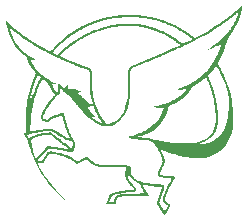
<source format=gbr>
%TF.GenerationSoftware,KiCad,Pcbnew,(6.0.2-0)*%
%TF.CreationDate,2023-01-12T00:58:35-06:00*%
%TF.ProjectId,cosmic_watch_remix_V1,636f736d-6963-45f7-9761-7463685f7265,rev?*%
%TF.SameCoordinates,Original*%
%TF.FileFunction,Legend,Bot*%
%TF.FilePolarity,Positive*%
%FSLAX46Y46*%
G04 Gerber Fmt 4.6, Leading zero omitted, Abs format (unit mm)*
G04 Created by KiCad (PCBNEW (6.0.2-0)) date 2023-01-12 00:58:35*
%MOMM*%
%LPD*%
G01*
G04 APERTURE LIST*
%ADD10C,5.000000*%
G04 APERTURE END LIST*
%TO.C,G\u002A\u002A\u002A*%
G36*
X73255348Y-94047566D02*
G01*
X73280142Y-94698500D01*
X73280144Y-94699500D01*
X73263790Y-95149571D01*
X73212306Y-95565544D01*
X73124685Y-95950951D01*
X72999920Y-96309325D01*
X72837000Y-96644197D01*
X72634919Y-96959100D01*
X72429219Y-97211402D01*
X72165307Y-97462414D01*
X71871968Y-97672125D01*
X71549652Y-97840261D01*
X71198812Y-97966552D01*
X70819900Y-98050724D01*
X70818870Y-98050889D01*
X70657743Y-98067837D01*
X70457438Y-98075134D01*
X70228428Y-98073492D01*
X69981187Y-98063623D01*
X69726189Y-98046242D01*
X69473907Y-98022060D01*
X69234816Y-97991790D01*
X69019388Y-97956146D01*
X68838098Y-97915840D01*
X68807709Y-97907957D01*
X68709264Y-97883366D01*
X68610100Y-97859600D01*
X68488103Y-97828352D01*
X68308584Y-97776293D01*
X68106551Y-97712705D01*
X67895351Y-97641950D01*
X67688335Y-97568392D01*
X67498850Y-97496394D01*
X67439113Y-97472931D01*
X67324735Y-97429124D01*
X67232898Y-97395468D01*
X67171790Y-97374917D01*
X67149600Y-97370424D01*
X67149676Y-97371135D01*
X67161151Y-97401847D01*
X67188344Y-97464795D01*
X67225800Y-97547313D01*
X67228401Y-97552945D01*
X67265579Y-97636805D01*
X67291968Y-97702387D01*
X67302000Y-97735916D01*
X67305488Y-97755371D01*
X67324793Y-97803994D01*
X67349677Y-97856400D01*
X67410363Y-98026777D01*
X67455217Y-98221002D01*
X67467160Y-98300112D01*
X67471334Y-98381888D01*
X67461513Y-98459542D01*
X67434816Y-98545088D01*
X67388363Y-98650537D01*
X67319273Y-98787900D01*
X67266938Y-98890816D01*
X67203080Y-99020550D01*
X67143739Y-99145183D01*
X67093588Y-99254691D01*
X67057295Y-99339052D01*
X67039532Y-99388243D01*
X67033615Y-99431313D01*
X67046123Y-99465350D01*
X67085637Y-99492018D01*
X67159886Y-99516378D01*
X67276600Y-99543492D01*
X67329555Y-99554443D01*
X67436818Y-99573571D01*
X67551786Y-99589322D01*
X67685229Y-99602873D01*
X67847915Y-99615400D01*
X68050614Y-99628082D01*
X68122176Y-99632649D01*
X68219899Y-99640391D01*
X68290491Y-99647906D01*
X68322147Y-99654062D01*
X68326426Y-99658770D01*
X68326128Y-99699551D01*
X68303302Y-99768196D01*
X68262430Y-99853335D01*
X68207995Y-99943600D01*
X68180716Y-99984252D01*
X68126799Y-100064526D01*
X68084963Y-100126721D01*
X68083346Y-100129136D01*
X68051689Y-100183538D01*
X68038600Y-100219854D01*
X68038388Y-100223576D01*
X68019550Y-100252633D01*
X68018135Y-100253687D01*
X67997611Y-100284641D01*
X67960908Y-100350540D01*
X67912821Y-100441868D01*
X67858149Y-100549110D01*
X67801689Y-100662749D01*
X67748237Y-100773271D01*
X67702590Y-100871160D01*
X67669547Y-100946900D01*
X67646149Y-101008679D01*
X67611449Y-101109591D01*
X67578580Y-101213600D01*
X67552060Y-101298762D01*
X67526681Y-101373822D01*
X67509683Y-101416800D01*
X67508177Y-101419974D01*
X67493271Y-101473817D01*
X67483405Y-101546141D01*
X67482305Y-101579881D01*
X67490096Y-101620486D01*
X67515417Y-101661534D01*
X67565492Y-101713645D01*
X67647548Y-101787441D01*
X67676120Y-101812603D01*
X67759728Y-101887110D01*
X67830935Y-101951762D01*
X67876771Y-101994826D01*
X67935044Y-102052152D01*
X67886546Y-102165294D01*
X67855345Y-102234408D01*
X67812012Y-102323543D01*
X67768218Y-102408289D01*
X67731191Y-102474725D01*
X67708157Y-102508928D01*
X67703259Y-102515309D01*
X67678523Y-102556569D01*
X67644657Y-102619412D01*
X67636151Y-102635275D01*
X67586558Y-102714982D01*
X67536950Y-102779471D01*
X67533731Y-102783021D01*
X67495535Y-102832185D01*
X67479800Y-102865908D01*
X67474413Y-102887876D01*
X67448542Y-102884575D01*
X67403787Y-102842780D01*
X67342928Y-102766351D01*
X67268745Y-102659148D01*
X67184020Y-102525031D01*
X67091532Y-102367862D01*
X66994062Y-102191500D01*
X66978107Y-102162520D01*
X66943936Y-102105634D01*
X66922466Y-102077200D01*
X66875351Y-102022953D01*
X66835476Y-101939764D01*
X66819400Y-101857216D01*
X66822159Y-101826615D01*
X66837369Y-101748946D01*
X66862242Y-101650396D01*
X66892620Y-101545053D01*
X66924347Y-101447008D01*
X66953264Y-101370350D01*
X66975214Y-101329170D01*
X66987496Y-101306531D01*
X66997200Y-101251700D01*
X67000967Y-101217761D01*
X67019134Y-101174229D01*
X67042250Y-101135225D01*
X67067721Y-101073900D01*
X67073116Y-101058618D01*
X67098678Y-100987474D01*
X67133882Y-100890557D01*
X67172787Y-100784240D01*
X67189074Y-100739484D01*
X67220906Y-100649182D01*
X67242956Y-100582563D01*
X67251200Y-100551570D01*
X67246471Y-100547302D01*
X67204363Y-100536550D01*
X67128031Y-100525818D01*
X67028950Y-100516897D01*
X66761392Y-100496023D01*
X66457720Y-100465182D01*
X66188980Y-100428688D01*
X65946346Y-100385471D01*
X65942664Y-100384728D01*
X65826070Y-100361352D01*
X65729304Y-100342236D01*
X65662351Y-100329334D01*
X65635196Y-100324600D01*
X65624229Y-100341553D01*
X65629642Y-100394500D01*
X65651506Y-100472532D01*
X65687383Y-100564453D01*
X65709786Y-100612985D01*
X65851897Y-100853779D01*
X66035524Y-101073900D01*
X66039732Y-101078944D01*
X66074506Y-101115676D01*
X66126301Y-101177514D01*
X66146276Y-101217962D01*
X66139189Y-101244966D01*
X66137713Y-101246508D01*
X66118760Y-101255329D01*
X66080261Y-101262291D01*
X66017753Y-101267523D01*
X65926772Y-101271152D01*
X65802854Y-101273307D01*
X65641536Y-101274116D01*
X65438354Y-101273706D01*
X65188845Y-101272206D01*
X64996020Y-101271314D01*
X64786898Y-101271530D01*
X64594370Y-101272948D01*
X64425276Y-101275464D01*
X64286456Y-101278972D01*
X64184751Y-101283368D01*
X64127000Y-101288544D01*
X64074977Y-101296933D01*
X63976246Y-101311975D01*
X63898400Y-101322792D01*
X63854529Y-101329397D01*
X63742064Y-101354034D01*
X63629219Y-101387499D01*
X63528580Y-101425293D01*
X63452733Y-101462917D01*
X63414265Y-101495869D01*
X63411365Y-101502128D01*
X63395316Y-101559514D01*
X63379185Y-101647933D01*
X63366068Y-101751004D01*
X63363403Y-101775546D01*
X63349158Y-101871699D01*
X63332290Y-101946004D01*
X63315902Y-101984048D01*
X63301421Y-101991789D01*
X63234488Y-102003798D01*
X63117548Y-102010838D01*
X62950970Y-102012880D01*
X62914201Y-102012689D01*
X62752356Y-102008261D01*
X62635117Y-101997275D01*
X62557521Y-101978640D01*
X62514603Y-101951265D01*
X62501400Y-101914058D01*
X62502179Y-101906725D01*
X62518020Y-101855683D01*
X62542395Y-101795970D01*
X62755400Y-101795970D01*
X62755503Y-101797055D01*
X62780074Y-101816000D01*
X62834775Y-101832725D01*
X62846232Y-101834873D01*
X62985679Y-101844740D01*
X63130050Y-101830674D01*
X63147034Y-101826513D01*
X63173030Y-101808222D01*
X63184578Y-101766752D01*
X63187200Y-101688350D01*
X63192738Y-101603983D01*
X63223782Y-101475017D01*
X63277483Y-101369854D01*
X63348515Y-101301274D01*
X63365787Y-101291672D01*
X63468336Y-101247011D01*
X63601868Y-101202335D01*
X63750513Y-101162516D01*
X63898400Y-101132429D01*
X63932890Y-101128143D01*
X64025691Y-101120862D01*
X64157291Y-101113499D01*
X64320248Y-101106366D01*
X64507122Y-101099775D01*
X64710475Y-101094038D01*
X64922864Y-101089467D01*
X65782228Y-101073900D01*
X65719154Y-101000556D01*
X65665806Y-100927721D01*
X65594887Y-100804946D01*
X65528072Y-100664829D01*
X65473792Y-100525397D01*
X65440477Y-100404677D01*
X65427006Y-100343694D01*
X65402112Y-100273008D01*
X65376464Y-100248400D01*
X65353878Y-100242730D01*
X65291464Y-100218968D01*
X65202819Y-100180945D01*
X65099150Y-100133312D01*
X64912544Y-100030499D01*
X64738182Y-99901896D01*
X64599185Y-99761409D01*
X64503259Y-99615729D01*
X64497338Y-99603413D01*
X64471348Y-99537053D01*
X64454734Y-99462568D01*
X64445163Y-99365753D01*
X64440302Y-99232400D01*
X64438467Y-99150429D01*
X64435780Y-99046336D01*
X64433322Y-98967865D01*
X64431461Y-98927600D01*
X64424384Y-98912826D01*
X64410181Y-98938410D01*
X64391325Y-98997324D01*
X64370180Y-99081104D01*
X64349106Y-99181289D01*
X64330468Y-99289415D01*
X64322317Y-99352437D01*
X64314527Y-99505923D01*
X64324116Y-99642648D01*
X64349876Y-99751898D01*
X64390600Y-99822959D01*
X64394217Y-99826811D01*
X64429844Y-99873735D01*
X64470452Y-99937250D01*
X64478817Y-99951012D01*
X64514333Y-99999998D01*
X64538877Y-100019800D01*
X64547449Y-100023322D01*
X64558800Y-100055783D01*
X64560422Y-100070992D01*
X64577850Y-100100233D01*
X64589413Y-100109894D01*
X64629676Y-100151448D01*
X64689687Y-100217469D01*
X64761368Y-100299200D01*
X64801814Y-100345869D01*
X64877622Y-100432444D01*
X64941791Y-100504623D01*
X64983618Y-100550313D01*
X65017390Y-100606643D01*
X65039730Y-100692860D01*
X65042233Y-100780860D01*
X65021962Y-100847847D01*
X64983241Y-100884749D01*
X64896830Y-100920973D01*
X64785867Y-100934200D01*
X64758059Y-100935062D01*
X64668406Y-100942417D01*
X64554727Y-100955664D01*
X64434947Y-100972830D01*
X64397022Y-100978787D01*
X64256942Y-101000324D01*
X64116119Y-101021396D01*
X64000000Y-101038179D01*
X63937288Y-101047323D01*
X63855272Y-101060792D01*
X63768070Y-101077362D01*
X63664648Y-101099292D01*
X63533970Y-101128843D01*
X63365000Y-101168276D01*
X63195615Y-101212626D01*
X63068897Y-101256765D01*
X62987783Y-101300500D01*
X62949672Y-101344937D01*
X62947192Y-101351193D01*
X62922613Y-101408822D01*
X62884882Y-101493615D01*
X62841088Y-101589595D01*
X62829937Y-101613912D01*
X62791986Y-101699685D01*
X62765411Y-101764535D01*
X62755400Y-101795970D01*
X62542395Y-101795970D01*
X62549131Y-101779469D01*
X62588707Y-101692562D01*
X62629942Y-101609436D01*
X62666033Y-101544570D01*
X62690175Y-101512438D01*
X62699864Y-101504178D01*
X62695329Y-101493388D01*
X62690129Y-101477421D01*
X62709348Y-101435850D01*
X62717729Y-101421331D01*
X62750035Y-101351480D01*
X62780123Y-101269875D01*
X62786345Y-101251526D01*
X62829169Y-101171967D01*
X62893105Y-101124353D01*
X62905768Y-101118624D01*
X62983166Y-101088110D01*
X63082847Y-101053415D01*
X63190817Y-101018879D01*
X63293083Y-100988838D01*
X63375651Y-100967632D01*
X63424526Y-100959600D01*
X63455994Y-100956442D01*
X63528431Y-100943074D01*
X63615334Y-100922793D01*
X63629384Y-100919321D01*
X63729973Y-100898361D01*
X63866517Y-100874174D01*
X64026782Y-100848569D01*
X64198537Y-100823357D01*
X64369547Y-100800348D01*
X64527579Y-100781351D01*
X64660400Y-100768176D01*
X64675434Y-100766877D01*
X64767314Y-100756709D01*
X64836480Y-100745361D01*
X64868941Y-100735054D01*
X64864460Y-100712169D01*
X64832642Y-100662570D01*
X64780041Y-100598490D01*
X64764082Y-100580682D01*
X64645209Y-100447422D01*
X64555476Y-100345426D01*
X64490179Y-100269211D01*
X64444611Y-100213296D01*
X64414066Y-100172200D01*
X64374814Y-100119213D01*
X64328526Y-100063524D01*
X64303769Y-100030447D01*
X64260800Y-99960738D01*
X64215758Y-99877594D01*
X64166543Y-99753173D01*
X64134737Y-99574998D01*
X64137017Y-99369327D01*
X64173074Y-99130800D01*
X64185846Y-99066191D01*
X64202220Y-98972459D01*
X64211094Y-98905525D01*
X64210776Y-98876800D01*
X64200896Y-98875213D01*
X64146734Y-98872579D01*
X64050119Y-98870134D01*
X63916334Y-98867944D01*
X63750662Y-98866073D01*
X63558386Y-98864590D01*
X63344790Y-98863560D01*
X63115156Y-98863050D01*
X62992693Y-98862806D01*
X62765563Y-98861678D01*
X62554487Y-98859769D01*
X62365255Y-98857183D01*
X62203660Y-98854024D01*
X62075492Y-98850393D01*
X61986542Y-98846395D01*
X61942600Y-98842134D01*
X61871224Y-98824706D01*
X61758182Y-98789472D01*
X61640352Y-98741618D01*
X61505296Y-98675873D01*
X61340580Y-98586967D01*
X61306020Y-98564647D01*
X61239130Y-98515347D01*
X61164935Y-98455970D01*
X61152734Y-98445789D01*
X61085419Y-98389292D01*
X61031856Y-98343244D01*
X60974957Y-98292744D01*
X60897632Y-98222891D01*
X60834728Y-98165883D01*
X60658414Y-98254246D01*
X60642180Y-98262408D01*
X60556553Y-98306334D01*
X60489960Y-98341901D01*
X60455665Y-98362054D01*
X60448375Y-98366772D01*
X60401657Y-98393008D01*
X60326182Y-98433032D01*
X60234300Y-98480250D01*
X60206102Y-98494487D01*
X60112947Y-98538263D01*
X60046861Y-98556745D01*
X59993464Y-98548656D01*
X59938375Y-98512718D01*
X59867213Y-98447655D01*
X59822552Y-98410015D01*
X59793410Y-98394200D01*
X59788850Y-98393190D01*
X59751719Y-98372748D01*
X59697098Y-98334275D01*
X59663320Y-98310999D01*
X59574299Y-98258061D01*
X59457212Y-98194589D01*
X59323919Y-98126567D01*
X59186280Y-98059979D01*
X59056154Y-98000808D01*
X58945400Y-97955037D01*
X58887459Y-97934200D01*
X58708676Y-97880339D01*
X58498758Y-97828655D01*
X58271847Y-97782153D01*
X58042083Y-97743838D01*
X57823608Y-97716713D01*
X57679715Y-97702519D01*
X57556908Y-97889609D01*
X57532477Y-97926698D01*
X57479603Y-98006001D01*
X57440203Y-98063735D01*
X57421400Y-98089400D01*
X57395884Y-98124224D01*
X57350295Y-98201265D01*
X57290808Y-98311743D01*
X57268704Y-98353101D01*
X57213753Y-98439939D01*
X57159561Y-98490992D01*
X57094041Y-98515125D01*
X57005101Y-98521200D01*
X56958879Y-98519776D01*
X56863158Y-98509604D01*
X56788894Y-98492863D01*
X56781332Y-98490293D01*
X56725277Y-98475755D01*
X56696048Y-98476086D01*
X56695194Y-98480970D01*
X56707896Y-98521952D01*
X56740049Y-98596652D01*
X56787667Y-98697181D01*
X56846761Y-98815653D01*
X56913345Y-98944177D01*
X56983432Y-99074867D01*
X57053034Y-99199833D01*
X57118164Y-99311187D01*
X57237448Y-99501984D01*
X57541728Y-99941741D01*
X57886241Y-100382798D01*
X58264649Y-100817702D01*
X58670615Y-101239000D01*
X59097800Y-101639238D01*
X59120411Y-101659342D01*
X59218652Y-101747109D01*
X59281461Y-101804476D01*
X59311161Y-101834055D01*
X59310070Y-101838457D01*
X59280510Y-101820294D01*
X59224800Y-101782177D01*
X59153986Y-101732384D01*
X59098358Y-101692060D01*
X59072400Y-101671638D01*
X59071946Y-101671170D01*
X59045269Y-101647939D01*
X58990886Y-101602682D01*
X58920000Y-101544730D01*
X58896132Y-101525249D01*
X58609849Y-101275244D01*
X58307393Y-100981773D01*
X57987634Y-100643697D01*
X57649447Y-100259875D01*
X57592230Y-100189672D01*
X57492865Y-100058452D01*
X57378598Y-99899426D01*
X57255807Y-99722006D01*
X57130869Y-99535603D01*
X57010161Y-99349628D01*
X56900061Y-99173491D01*
X56806947Y-99016604D01*
X56790696Y-98987805D01*
X56712689Y-98841452D01*
X56624176Y-98665046D01*
X56531730Y-98472494D01*
X56441924Y-98277699D01*
X56429764Y-98250067D01*
X56717685Y-98250067D01*
X56722158Y-98257363D01*
X56765348Y-98286532D01*
X56837379Y-98314359D01*
X56921183Y-98335198D01*
X56999695Y-98343400D01*
X57045732Y-98334979D01*
X57083591Y-98298950D01*
X57086162Y-98292545D01*
X57115480Y-98236152D01*
X57165985Y-98150406D01*
X57230966Y-98045649D01*
X57303713Y-97932220D01*
X57377515Y-97820460D01*
X57445660Y-97720708D01*
X57501438Y-97643304D01*
X57538138Y-97598589D01*
X57545087Y-97591759D01*
X57595546Y-97553211D01*
X57654878Y-97535110D01*
X57743821Y-97530600D01*
X57798774Y-97531750D01*
X57981314Y-97546704D01*
X58192408Y-97576770D01*
X58418289Y-97619180D01*
X58645192Y-97671163D01*
X58859351Y-97729952D01*
X59047000Y-97792775D01*
X59058722Y-97797245D01*
X59190607Y-97853127D01*
X59343941Y-97925929D01*
X59505031Y-98008422D01*
X59660181Y-98093380D01*
X59795696Y-98173577D01*
X59897881Y-98241785D01*
X59970141Y-98291650D01*
X60034056Y-98329087D01*
X60072176Y-98343400D01*
X60072959Y-98343381D01*
X60113672Y-98330634D01*
X60182934Y-98298785D01*
X60266209Y-98254495D01*
X60367761Y-98198897D01*
X60491269Y-98135236D01*
X60610039Y-98077670D01*
X60714144Y-98030826D01*
X60793656Y-97999327D01*
X60838648Y-97987800D01*
X60867980Y-97991232D01*
X60956300Y-98032386D01*
X61062601Y-98120406D01*
X61113155Y-98166009D01*
X61195708Y-98234716D01*
X61282200Y-98302099D01*
X61282719Y-98302487D01*
X61354603Y-98357144D01*
X61409154Y-98400242D01*
X61434600Y-98422480D01*
X61450005Y-98435483D01*
X61505602Y-98469192D01*
X61585568Y-98511081D01*
X61675566Y-98554117D01*
X61761257Y-98591272D01*
X61828300Y-98615514D01*
X61870241Y-98627582D01*
X61959360Y-98651453D01*
X62044605Y-98670566D01*
X62132046Y-98685214D01*
X62227752Y-98695691D01*
X62337795Y-98702290D01*
X62468243Y-98705304D01*
X62625167Y-98705026D01*
X62814637Y-98701751D01*
X63042723Y-98695770D01*
X63315494Y-98687378D01*
X63453672Y-98683255D01*
X63672726Y-98678445D01*
X63850952Y-98677311D01*
X63994733Y-98679918D01*
X64110453Y-98686333D01*
X64204494Y-98696623D01*
X64247179Y-98702713D01*
X64386271Y-98723467D01*
X64484327Y-98744585D01*
X64548513Y-98773436D01*
X64585993Y-98817389D01*
X64603933Y-98883816D01*
X64609496Y-98980084D01*
X64609849Y-99113564D01*
X64610609Y-99211644D01*
X64614945Y-99317034D01*
X64624919Y-99395290D01*
X64642548Y-99460267D01*
X64669849Y-99525819D01*
X64737484Y-99634272D01*
X64847006Y-99754297D01*
X64981042Y-99863935D01*
X65126681Y-99951164D01*
X65213832Y-99990136D01*
X65384665Y-100053823D01*
X65580130Y-100114899D01*
X65784288Y-100168536D01*
X65981200Y-100209910D01*
X66140269Y-100237457D01*
X66401275Y-100277403D01*
X66630615Y-100304452D01*
X66839272Y-100319798D01*
X67038225Y-100324632D01*
X67113428Y-100325024D01*
X67211697Y-100328440D01*
X67277949Y-100336991D01*
X67324101Y-100352613D01*
X67362075Y-100377243D01*
X67395465Y-100408278D01*
X67422121Y-100461131D01*
X67429000Y-100541481D01*
X67428496Y-100561096D01*
X67416126Y-100655587D01*
X67392378Y-100736488D01*
X67378333Y-100770217D01*
X67346002Y-100852563D01*
X67305730Y-100958662D01*
X67263115Y-101073900D01*
X67234249Y-101152468D01*
X67196046Y-101254659D01*
X67165504Y-101334271D01*
X67147408Y-101378700D01*
X67138004Y-101401478D01*
X67112806Y-101471763D01*
X67082597Y-101563548D01*
X67051653Y-101662916D01*
X67024254Y-101755949D01*
X67004677Y-101828730D01*
X66997200Y-101867342D01*
X66998683Y-101879225D01*
X67017896Y-101899400D01*
X67021495Y-101900332D01*
X67048681Y-101927949D01*
X67082438Y-101981950D01*
X67084768Y-101986327D01*
X67123712Y-102057499D01*
X67156992Y-102115382D01*
X67158561Y-102117982D01*
X67188441Y-102167474D01*
X67234469Y-102243700D01*
X67287360Y-102331282D01*
X67323215Y-102391170D01*
X67379610Y-102484155D01*
X67419331Y-102536897D01*
X67450729Y-102550347D01*
X67482155Y-102525459D01*
X67521959Y-102463183D01*
X67578491Y-102364472D01*
X67616322Y-102298360D01*
X67671676Y-102194930D01*
X67701116Y-102126603D01*
X67706416Y-102088774D01*
X67689350Y-102076839D01*
X67681649Y-102073899D01*
X67642334Y-102044767D01*
X67582625Y-101992404D01*
X67512811Y-101926664D01*
X67443181Y-101857397D01*
X67384025Y-101794458D01*
X67345630Y-101747698D01*
X67342184Y-101742445D01*
X67313212Y-101666005D01*
X67302147Y-101569898D01*
X67306079Y-101512220D01*
X67332569Y-101376339D01*
X67381285Y-101209413D01*
X67449014Y-101019162D01*
X67532546Y-100813302D01*
X67628667Y-100599551D01*
X67734166Y-100385628D01*
X67845831Y-100179249D01*
X67960450Y-99988132D01*
X67968250Y-99975827D01*
X68014399Y-99901297D01*
X68045805Y-99847584D01*
X68056044Y-99825607D01*
X68055537Y-99825374D01*
X68025024Y-99820978D01*
X67954729Y-99813227D01*
X67854403Y-99803144D01*
X67733800Y-99791755D01*
X67690030Y-99787586D01*
X67459731Y-99760164D01*
X67259500Y-99726769D01*
X67096234Y-99688717D01*
X66976831Y-99647325D01*
X66975864Y-99646890D01*
X66895628Y-99585955D01*
X66855713Y-99494548D01*
X66856548Y-99373647D01*
X66857163Y-99370150D01*
X66874322Y-99312756D01*
X66907199Y-99227416D01*
X66950819Y-99124846D01*
X67000207Y-99015762D01*
X67050389Y-98910883D01*
X67096389Y-98820923D01*
X67133235Y-98756601D01*
X67155950Y-98728633D01*
X67160695Y-98725641D01*
X67175000Y-98692202D01*
X67178368Y-98675713D01*
X67198572Y-98620740D01*
X67230959Y-98548642D01*
X67260652Y-98475604D01*
X67279526Y-98373808D01*
X67272244Y-98258623D01*
X67239090Y-98114800D01*
X67222846Y-98056585D01*
X67201260Y-97977374D01*
X67187957Y-97926164D01*
X67178122Y-97897136D01*
X67150195Y-97851234D01*
X67140918Y-97839562D01*
X67124200Y-97789069D01*
X67119526Y-97765147D01*
X67093323Y-97697100D01*
X67048946Y-97603012D01*
X66991981Y-97493461D01*
X66928014Y-97379022D01*
X66862629Y-97270275D01*
X66801412Y-97177795D01*
X66718248Y-97062760D01*
X66624819Y-96942389D01*
X70210300Y-96942389D01*
X70299200Y-96940772D01*
X70355309Y-96937359D01*
X70457338Y-96926860D01*
X70579197Y-96911560D01*
X70704120Y-96893739D01*
X70815342Y-96875675D01*
X70896100Y-96859646D01*
X70912739Y-96855680D01*
X71080812Y-96814147D01*
X71200965Y-96781250D01*
X71275069Y-96756438D01*
X71304997Y-96739160D01*
X71315083Y-96729650D01*
X71358189Y-96717800D01*
X71362972Y-96717363D01*
X71410675Y-96702386D01*
X71486378Y-96670370D01*
X71576019Y-96627168D01*
X71664375Y-96579399D01*
X71915209Y-96410367D01*
X72134403Y-96210226D01*
X72316193Y-95984797D01*
X72454814Y-95739900D01*
X72486048Y-95673357D01*
X72515486Y-95613954D01*
X72530240Y-95581070D01*
X72560213Y-95503327D01*
X72595383Y-95404521D01*
X72630165Y-95300957D01*
X72658972Y-95208941D01*
X72676219Y-95144779D01*
X72687170Y-95101679D01*
X72701111Y-95064194D01*
X72704738Y-95056240D01*
X72715950Y-95016535D01*
X72731856Y-94943535D01*
X72753291Y-94833023D01*
X72781086Y-94680784D01*
X72816076Y-94482600D01*
X72818709Y-94467276D01*
X72837964Y-94335099D01*
X72853284Y-94186395D01*
X72865276Y-94012603D01*
X72874545Y-93805158D01*
X72881697Y-93555500D01*
X72885793Y-93354249D01*
X72887571Y-93175887D01*
X72885910Y-93031526D01*
X72880148Y-92912434D01*
X72869626Y-92809878D01*
X72853681Y-92715125D01*
X72831653Y-92619443D01*
X72802882Y-92514100D01*
X72780224Y-92434690D01*
X72747950Y-92321177D01*
X72716240Y-92209300D01*
X72708655Y-92182886D01*
X72667043Y-92047291D01*
X72619915Y-91905279D01*
X72573572Y-91775324D01*
X72534316Y-91675900D01*
X72524211Y-91652149D01*
X72495711Y-91584486D01*
X72456427Y-91490793D01*
X72411700Y-91383800D01*
X72386637Y-91325246D01*
X72327609Y-91194181D01*
X72258274Y-91046630D01*
X72183815Y-90893066D01*
X72109419Y-90743959D01*
X72040271Y-90609781D01*
X71981557Y-90501005D01*
X71938461Y-90428102D01*
X71934077Y-90421363D01*
X71892231Y-90355815D01*
X71861003Y-90305020D01*
X71849239Y-90289532D01*
X71828796Y-90287876D01*
X71797811Y-90317566D01*
X71748011Y-90384417D01*
X71708506Y-90439407D01*
X71667922Y-90494070D01*
X71646708Y-90520200D01*
X71627886Y-90541450D01*
X71585832Y-90592188D01*
X71531100Y-90659900D01*
X71473454Y-90728964D01*
X71385737Y-90827954D01*
X71301196Y-90917918D01*
X71291803Y-90927502D01*
X71209858Y-91011382D01*
X71158114Y-91069136D01*
X71132547Y-91110884D01*
X71129139Y-91146745D01*
X71143867Y-91186841D01*
X71172710Y-91241291D01*
X71195868Y-91286906D01*
X71218224Y-91338372D01*
X71221179Y-91358399D01*
X71217761Y-91362853D01*
X71233102Y-91390150D01*
X71261179Y-91438025D01*
X71302133Y-91527295D01*
X71352083Y-91648485D01*
X71407978Y-91793126D01*
X71466768Y-91952751D01*
X71525403Y-92118888D01*
X71580833Y-92283071D01*
X71630007Y-92436830D01*
X71669875Y-92571696D01*
X71697386Y-92679200D01*
X71709286Y-92730142D01*
X71736032Y-92834386D01*
X71760905Y-92920500D01*
X71760928Y-92920571D01*
X71781332Y-92997862D01*
X71803747Y-93102768D01*
X71823323Y-93212600D01*
X71840991Y-93322303D01*
X71860277Y-93438373D01*
X71876115Y-93530100D01*
X71887678Y-93605620D01*
X71901639Y-93720849D01*
X71912299Y-93834900D01*
X71912846Y-93842039D01*
X71923072Y-93960535D01*
X71936537Y-94098882D01*
X71950481Y-94228600D01*
X71963446Y-94378735D01*
X71971470Y-94551599D01*
X71972422Y-94610846D01*
X71974357Y-94731353D01*
X71972086Y-94903640D01*
X71964634Y-95054108D01*
X71951977Y-95168400D01*
X71941072Y-95233365D01*
X71920952Y-95348932D01*
X71904424Y-95433301D01*
X71888488Y-95499603D01*
X71870144Y-95560968D01*
X71846391Y-95630528D01*
X71832434Y-95668365D01*
X71779825Y-95792568D01*
X71717940Y-95919265D01*
X71655364Y-96031608D01*
X71600682Y-96112746D01*
X71551184Y-96172761D01*
X71330237Y-96398255D01*
X71083265Y-96584656D01*
X70804882Y-96735560D01*
X70489700Y-96854565D01*
X70447619Y-96867669D01*
X70356875Y-96896051D01*
X70286500Y-96918216D01*
X70210300Y-96942389D01*
X66624819Y-96942389D01*
X66622341Y-96939196D01*
X66538004Y-96844147D01*
X66457212Y-96768761D01*
X66371939Y-96704189D01*
X66332741Y-96677757D01*
X66285473Y-96649881D01*
X66236089Y-96628873D01*
X66174912Y-96612261D01*
X66092263Y-96597568D01*
X65978468Y-96582322D01*
X65823848Y-96564048D01*
X65765004Y-96557520D01*
X65594567Y-96541145D01*
X65423179Y-96527845D01*
X65267939Y-96518846D01*
X65145947Y-96515378D01*
X65074780Y-96514137D01*
X64953141Y-96507675D01*
X64848459Y-96497001D01*
X64777647Y-96483576D01*
X64768555Y-96480801D01*
X64681142Y-96448359D01*
X64588623Y-96406082D01*
X64504148Y-96360935D01*
X64440867Y-96319883D01*
X64430916Y-96309569D01*
X65027569Y-96309569D01*
X65032012Y-96312348D01*
X65074558Y-96320576D01*
X65151144Y-96327632D01*
X65249202Y-96332230D01*
X65308984Y-96334089D01*
X65412846Y-96338824D01*
X65511100Y-96346195D01*
X65622376Y-96357748D01*
X65765300Y-96375026D01*
X65771913Y-96375828D01*
X65840038Y-96383011D01*
X65937216Y-96392193D01*
X66044700Y-96401593D01*
X66061037Y-96403061D01*
X66167705Y-96417084D01*
X66260726Y-96436133D01*
X66321552Y-96456527D01*
X66331471Y-96461237D01*
X66409324Y-96488093D01*
X66529890Y-96519772D01*
X66686754Y-96555113D01*
X66873499Y-96592957D01*
X67083709Y-96632141D01*
X67310967Y-96671506D01*
X67548859Y-96709891D01*
X67790967Y-96746135D01*
X68030876Y-96779078D01*
X68262169Y-96807559D01*
X68314262Y-96813110D01*
X68506199Y-96827931D01*
X68722434Y-96837654D01*
X68952267Y-96842368D01*
X69184998Y-96842160D01*
X69409926Y-96837118D01*
X69616353Y-96827330D01*
X69793578Y-96812884D01*
X69930900Y-96793868D01*
X69997400Y-96781003D01*
X70353138Y-96694839D01*
X70664658Y-96586758D01*
X70934089Y-96455088D01*
X71163563Y-96298153D01*
X71355208Y-96114281D01*
X71511154Y-95901797D01*
X71633532Y-95659028D01*
X71724472Y-95384300D01*
X71749306Y-95261531D01*
X71771198Y-95073080D01*
X71783263Y-94852847D01*
X71785240Y-94610846D01*
X71776868Y-94357092D01*
X71757886Y-94101600D01*
X71753653Y-94058078D01*
X71737270Y-93900397D01*
X71720511Y-93761865D01*
X71700954Y-93625245D01*
X71676180Y-93473302D01*
X71643770Y-93288800D01*
X71633818Y-93232716D01*
X71619768Y-93151465D01*
X71611043Y-93098300D01*
X71609316Y-93088123D01*
X71595208Y-93023695D01*
X71575109Y-92945900D01*
X71558454Y-92884761D01*
X71531571Y-92783585D01*
X71504394Y-92679200D01*
X71503165Y-92674443D01*
X71477103Y-92580207D01*
X71442038Y-92461612D01*
X71401832Y-92330848D01*
X71360350Y-92200104D01*
X71321456Y-92081572D01*
X71289013Y-91987440D01*
X71266886Y-91929900D01*
X71252864Y-91897238D01*
X71222802Y-91824737D01*
X71188179Y-91739400D01*
X71180434Y-91720152D01*
X71118459Y-91569981D01*
X71063047Y-91442322D01*
X71017083Y-91343413D01*
X70983451Y-91279493D01*
X70965035Y-91256799D01*
X70962662Y-91257641D01*
X70931962Y-91278245D01*
X70877308Y-91319221D01*
X70811117Y-91370913D01*
X70745803Y-91423660D01*
X70693784Y-91467806D01*
X70649403Y-91503654D01*
X70557990Y-91569611D01*
X70441411Y-91648414D01*
X70310673Y-91732980D01*
X70176787Y-91816226D01*
X70050760Y-91891071D01*
X69943600Y-91950433D01*
X69859191Y-91995575D01*
X69785775Y-92039820D01*
X69739575Y-92078345D01*
X69710223Y-92120217D01*
X69687351Y-92174501D01*
X69666182Y-92232165D01*
X69632506Y-92317231D01*
X69599855Y-92383835D01*
X69558057Y-92451482D01*
X69496941Y-92539682D01*
X69474035Y-92571122D01*
X69319984Y-92749262D01*
X69126742Y-92928133D01*
X68903330Y-93100013D01*
X68658769Y-93257180D01*
X68613252Y-93283243D01*
X68504223Y-93343089D01*
X68379252Y-93409199D01*
X68248435Y-93476484D01*
X68121865Y-93539854D01*
X68009638Y-93594219D01*
X67921847Y-93634490D01*
X67868588Y-93655578D01*
X67842844Y-93668928D01*
X67806341Y-93717929D01*
X67773338Y-93808314D01*
X67757459Y-93864703D01*
X67740418Y-93930898D01*
X67733800Y-93965180D01*
X67732365Y-93980110D01*
X67712646Y-94050443D01*
X67673003Y-94153531D01*
X67617548Y-94280992D01*
X67550390Y-94424445D01*
X67475642Y-94575509D01*
X67397412Y-94725802D01*
X67319814Y-94866945D01*
X67246956Y-94990556D01*
X67182950Y-95088253D01*
X67000795Y-95316216D01*
X66741156Y-95568896D01*
X66447043Y-95786295D01*
X66122173Y-95965340D01*
X66092814Y-95978678D01*
X65972775Y-96027940D01*
X65828347Y-96081363D01*
X65671452Y-96135103D01*
X65514014Y-96185316D01*
X65367956Y-96228157D01*
X65245202Y-96259780D01*
X65157676Y-96276343D01*
X65099077Y-96284934D01*
X65044523Y-96297859D01*
X65027569Y-96309569D01*
X64430916Y-96309569D01*
X64411931Y-96289891D01*
X64418996Y-96267613D01*
X64461790Y-96239686D01*
X64528717Y-96218241D01*
X64604904Y-96209475D01*
X64657419Y-96204007D01*
X64766838Y-96178334D01*
X64907032Y-96134474D01*
X65069501Y-96075566D01*
X65245745Y-96004750D01*
X65427265Y-95925163D01*
X65605559Y-95839946D01*
X65653988Y-95815196D01*
X65762311Y-95757109D01*
X65876074Y-95693247D01*
X65985221Y-95629540D01*
X66079695Y-95571918D01*
X66149440Y-95526309D01*
X66184400Y-95498644D01*
X66199860Y-95486170D01*
X66249064Y-95452480D01*
X66317560Y-95408604D01*
X66345179Y-95389724D01*
X66428371Y-95322553D01*
X66531171Y-95229988D01*
X66644299Y-95121312D01*
X66758477Y-95005811D01*
X66864426Y-94892769D01*
X66952868Y-94791470D01*
X67014524Y-94711200D01*
X67065061Y-94632742D01*
X67172392Y-94440183D01*
X67267336Y-94235413D01*
X67342603Y-94035006D01*
X67390901Y-93855536D01*
X67406940Y-93774572D01*
X67310020Y-93802001D01*
X67256113Y-93813922D01*
X67122277Y-93828029D01*
X66963395Y-93830261D01*
X66795519Y-93820679D01*
X66634704Y-93799347D01*
X66607255Y-93794294D01*
X66522865Y-93776663D01*
X66466632Y-93761552D01*
X66449547Y-93751786D01*
X66453256Y-93749297D01*
X66493174Y-93735432D01*
X66558044Y-93719870D01*
X66799642Y-93664329D01*
X67078485Y-93588639D01*
X67362861Y-93501206D01*
X67634091Y-93407788D01*
X67873500Y-93314146D01*
X67959959Y-93276123D01*
X68091265Y-93214050D01*
X68226448Y-93146039D01*
X68357189Y-93076661D01*
X68475170Y-93010487D01*
X68572072Y-92952085D01*
X68639577Y-92906028D01*
X68669367Y-92876884D01*
X68675849Y-92868870D01*
X68713817Y-92857000D01*
X68729299Y-92855049D01*
X68749800Y-92837076D01*
X68749865Y-92836180D01*
X68771324Y-92809749D01*
X68819650Y-92775046D01*
X68827332Y-92770278D01*
X68913701Y-92703940D01*
X69014569Y-92608864D01*
X69117670Y-92497385D01*
X69210736Y-92381834D01*
X69258180Y-92316197D01*
X69294645Y-92262582D01*
X69308600Y-92237557D01*
X69308419Y-92236789D01*
X69283883Y-92235895D01*
X69230573Y-92247924D01*
X69228495Y-92248509D01*
X69153417Y-92262944D01*
X69048627Y-92274948D01*
X68927484Y-92283933D01*
X68803349Y-92289314D01*
X68689584Y-92290503D01*
X68599547Y-92286914D01*
X68546600Y-92277960D01*
X68483100Y-92252872D01*
X68559300Y-92235901D01*
X68621604Y-92218810D01*
X68674434Y-92198295D01*
X68725286Y-92178648D01*
X68794793Y-92159775D01*
X68798195Y-92159010D01*
X68857869Y-92139687D01*
X68890708Y-92118445D01*
X68901431Y-92107985D01*
X68945484Y-92095000D01*
X68979997Y-92085980D01*
X69049391Y-92059810D01*
X69140054Y-92021896D01*
X69239394Y-91977691D01*
X69334821Y-91932648D01*
X69413742Y-91892220D01*
X69426524Y-91885336D01*
X69482480Y-91855658D01*
X69565046Y-91812165D01*
X69661392Y-91761626D01*
X69708453Y-91736440D01*
X69790028Y-91689723D01*
X69846375Y-91653173D01*
X69867400Y-91633087D01*
X69867914Y-91628858D01*
X69891673Y-91612400D01*
X69906389Y-91606842D01*
X69955692Y-91579163D01*
X70025880Y-91535491D01*
X70104346Y-91483972D01*
X70178488Y-91432757D01*
X70235700Y-91389993D01*
X70249254Y-91379477D01*
X70298170Y-91342735D01*
X70362700Y-91295079D01*
X70391901Y-91273021D01*
X70507022Y-91177727D01*
X70643291Y-91054987D01*
X70791620Y-90913408D01*
X70942924Y-90761592D01*
X71088116Y-90608145D01*
X71094532Y-90601139D01*
X71283392Y-90375625D01*
X71471993Y-90116208D01*
X71650444Y-89838265D01*
X71808851Y-89557170D01*
X71937320Y-89288300D01*
X71946461Y-89266976D01*
X71979090Y-89191497D01*
X72003503Y-89135900D01*
X72032900Y-89067191D01*
X72079782Y-88946553D01*
X72124316Y-88820154D01*
X72163859Y-88696858D01*
X72195769Y-88585529D01*
X72217404Y-88495034D01*
X72226121Y-88434236D01*
X72219279Y-88412000D01*
X72211483Y-88414189D01*
X72169479Y-88435301D01*
X72108446Y-88471572D01*
X72039034Y-88511892D01*
X71935330Y-88566874D01*
X71810028Y-88629900D01*
X71671492Y-88697094D01*
X71528086Y-88764581D01*
X71388174Y-88828487D01*
X71260122Y-88884936D01*
X71152293Y-88930055D01*
X71073053Y-88959968D01*
X71030766Y-88970800D01*
X71032733Y-88963996D01*
X71066892Y-88934894D01*
X71130702Y-88888160D01*
X71216591Y-88829549D01*
X71369007Y-88725057D01*
X71611169Y-88546577D01*
X71853852Y-88353916D01*
X72089635Y-88153668D01*
X72311099Y-87952427D01*
X72510823Y-87756789D01*
X72681386Y-87573348D01*
X72815367Y-87408700D01*
X72821637Y-87400243D01*
X72879817Y-87323481D01*
X72927893Y-87262874D01*
X72955994Y-87230900D01*
X72979758Y-87203717D01*
X73034154Y-87128968D01*
X73113838Y-87010924D01*
X73218592Y-86849900D01*
X73248339Y-86800667D01*
X73298046Y-86711186D01*
X73354021Y-86604750D01*
X73411193Y-86491634D01*
X73464488Y-86382110D01*
X73508836Y-86286451D01*
X73539164Y-86214932D01*
X73550400Y-86177824D01*
X73553886Y-86156920D01*
X73573549Y-86106605D01*
X73576081Y-86101613D01*
X73603417Y-86035863D01*
X73635847Y-85943719D01*
X73666552Y-85845598D01*
X73688707Y-85761921D01*
X73694143Y-85731733D01*
X73690033Y-85707824D01*
X73666052Y-85713858D01*
X73617005Y-85751982D01*
X73537700Y-85824343D01*
X73491756Y-85865810D01*
X73399381Y-85943973D01*
X73309100Y-86015354D01*
X73249268Y-86061397D01*
X73189595Y-86109569D01*
X73156700Y-86139035D01*
X73143628Y-86151488D01*
X73094636Y-86191622D01*
X73029700Y-86240406D01*
X72995173Y-86265673D01*
X72941921Y-86306164D01*
X72915400Y-86328581D01*
X72909248Y-86333987D01*
X72868524Y-86365229D01*
X72796370Y-86418638D01*
X72699737Y-86489171D01*
X72585578Y-86571790D01*
X72460847Y-86661455D01*
X72332497Y-86753124D01*
X72207480Y-86841757D01*
X72110654Y-86909593D01*
X71960634Y-87013020D01*
X71814115Y-87112274D01*
X71683677Y-87198860D01*
X71581900Y-87264280D01*
X71557713Y-87279485D01*
X71477279Y-87331063D01*
X71411479Y-87374573D01*
X71409136Y-87376157D01*
X71354048Y-87408164D01*
X71316229Y-87421400D01*
X71309422Y-87422055D01*
X71289800Y-87440776D01*
X71288887Y-87447252D01*
X71278323Y-87461176D01*
X71248749Y-87481112D01*
X71191331Y-87512580D01*
X71097237Y-87561100D01*
X71072323Y-87574042D01*
X71009524Y-87608748D01*
X70972300Y-87632428D01*
X70957790Y-87642276D01*
X70897615Y-87676782D01*
X70800710Y-87728675D01*
X70673108Y-87794915D01*
X70520841Y-87872464D01*
X70349944Y-87958282D01*
X70199269Y-88033044D01*
X70166448Y-88049329D01*
X69976386Y-88142567D01*
X69785793Y-88234954D01*
X69600700Y-88323453D01*
X69399503Y-88418827D01*
X69247513Y-88490726D01*
X69137024Y-88542993D01*
X68914569Y-88647861D01*
X68728693Y-88735045D01*
X68575953Y-88806159D01*
X68452903Y-88862816D01*
X68356100Y-88906631D01*
X68285257Y-88938515D01*
X68172882Y-88989670D01*
X68076700Y-89034062D01*
X68035272Y-89053269D01*
X67929728Y-89101430D01*
X67835400Y-89143598D01*
X67809814Y-89154971D01*
X67721088Y-89195262D01*
X67611611Y-89245770D01*
X67499359Y-89298225D01*
X67440889Y-89325541D01*
X67354149Y-89365195D01*
X67292012Y-89392459D01*
X67265104Y-89402599D01*
X67249865Y-89407449D01*
X67198585Y-89428262D01*
X67125451Y-89459756D01*
X67044738Y-89495649D01*
X66970719Y-89529660D01*
X66917668Y-89555506D01*
X66917585Y-89555549D01*
X66878581Y-89573313D01*
X66803363Y-89605606D01*
X66702727Y-89647853D01*
X66587468Y-89695476D01*
X66473693Y-89742317D01*
X66363650Y-89787980D01*
X66275775Y-89824821D01*
X66222500Y-89847656D01*
X66193865Y-89859879D01*
X66119804Y-89890722D01*
X66012113Y-89935165D01*
X65878512Y-89990049D01*
X65726722Y-90052218D01*
X65564466Y-90118513D01*
X65399465Y-90185777D01*
X65239439Y-90250853D01*
X65092110Y-90310582D01*
X64965200Y-90361808D01*
X64851180Y-90410818D01*
X64732332Y-90474178D01*
X64648917Y-90538281D01*
X64592506Y-90608709D01*
X64580146Y-90632008D01*
X64569858Y-90661625D01*
X64562081Y-90702139D01*
X64556568Y-90759251D01*
X64553073Y-90838659D01*
X64551351Y-90946064D01*
X64551156Y-91087163D01*
X64552242Y-91267658D01*
X64554363Y-91493247D01*
X64554376Y-91494584D01*
X64554832Y-91926482D01*
X64546688Y-92312142D01*
X64529609Y-92655440D01*
X64503262Y-92960250D01*
X64467312Y-93230447D01*
X64421423Y-93469905D01*
X64365261Y-93682500D01*
X64343190Y-93754262D01*
X64317683Y-93834059D01*
X64294360Y-93899260D01*
X64267265Y-93965004D01*
X64230443Y-94046430D01*
X64177937Y-94158678D01*
X64074405Y-94356054D01*
X63874463Y-94651085D01*
X63636392Y-94915729D01*
X63365000Y-95144158D01*
X63343168Y-95159373D01*
X63249468Y-95215791D01*
X63143376Y-95269963D01*
X63043036Y-95313131D01*
X62966589Y-95336533D01*
X62916143Y-95348570D01*
X62843310Y-95371976D01*
X62807380Y-95381465D01*
X62724988Y-95392642D01*
X62631412Y-95397000D01*
X62587137Y-95396446D01*
X62505742Y-95391806D01*
X62414325Y-95381016D01*
X62299719Y-95362363D01*
X62148753Y-95334129D01*
X62146215Y-95333603D01*
X62086755Y-95313656D01*
X61998242Y-95275970D01*
X61894968Y-95227267D01*
X61791224Y-95174267D01*
X61701300Y-95123692D01*
X61649416Y-95091804D01*
X61552466Y-95030052D01*
X61447135Y-94961016D01*
X61343675Y-94891605D01*
X61252335Y-94828726D01*
X61183366Y-94779284D01*
X61147018Y-94750188D01*
X61119951Y-94727333D01*
X61085994Y-94711200D01*
X61081645Y-94710289D01*
X61043696Y-94685116D01*
X60981651Y-94631111D01*
X60903260Y-94555906D01*
X60816272Y-94467131D01*
X60728438Y-94372418D01*
X60647507Y-94279400D01*
X60628242Y-94256421D01*
X60560216Y-94176427D01*
X60503038Y-94110830D01*
X60467459Y-94072016D01*
X60464514Y-94068990D01*
X60425613Y-94024822D01*
X60368327Y-93955686D01*
X60303941Y-93875166D01*
X60290994Y-93858840D01*
X60232186Y-93788594D01*
X60217366Y-93772834D01*
X60938414Y-93772834D01*
X60940459Y-93807696D01*
X60972992Y-93874263D01*
X61032472Y-93964688D01*
X61114176Y-94072750D01*
X61213379Y-94192226D01*
X61325357Y-94316893D01*
X61445386Y-94440531D01*
X61621272Y-94614363D01*
X61470786Y-94597946D01*
X61405072Y-94590248D01*
X61317090Y-94578378D01*
X61256800Y-94568345D01*
X61241843Y-94566586D01*
X61237489Y-94577951D01*
X61271369Y-94611772D01*
X61345700Y-94670604D01*
X61357140Y-94679209D01*
X61433338Y-94733467D01*
X61494305Y-94771922D01*
X61527734Y-94786723D01*
X61536555Y-94787748D01*
X61565834Y-94807284D01*
X61570107Y-94813060D01*
X61608802Y-94844338D01*
X61677934Y-94891214D01*
X61766859Y-94947122D01*
X61864928Y-95005495D01*
X61961496Y-95059768D01*
X62045915Y-95103373D01*
X62070294Y-95114926D01*
X62166593Y-95154780D01*
X62226675Y-95168411D01*
X62247400Y-95155016D01*
X62242155Y-95144529D01*
X62212610Y-95100257D01*
X62162848Y-95030748D01*
X62099547Y-94945466D01*
X62067993Y-94903215D01*
X61997701Y-94806537D01*
X61937668Y-94720700D01*
X61898271Y-94660400D01*
X61855767Y-94585738D01*
X61796719Y-94473782D01*
X61732182Y-94344834D01*
X61666262Y-94207774D01*
X61603065Y-94071482D01*
X61546696Y-93944837D01*
X61501261Y-93836721D01*
X61470864Y-93756011D01*
X61459612Y-93711590D01*
X61458906Y-93696424D01*
X61440358Y-93646364D01*
X61394300Y-93636093D01*
X61317396Y-93664507D01*
X61283930Y-93679442D01*
X61185798Y-93711575D01*
X61085379Y-93732661D01*
X61034153Y-93741112D01*
X60969416Y-93757235D01*
X60938414Y-93772834D01*
X60217366Y-93772834D01*
X60185772Y-93739237D01*
X60160854Y-93720600D01*
X60151523Y-93717065D01*
X60139200Y-93684616D01*
X60137350Y-93669362D01*
X60117595Y-93640166D01*
X60117244Y-93640000D01*
X60094247Y-93616518D01*
X60045664Y-93559478D01*
X59976711Y-93475249D01*
X59892605Y-93370200D01*
X59798563Y-93250700D01*
X59772235Y-93217076D01*
X59648009Y-93062472D01*
X59543399Y-92941450D01*
X59450955Y-92846869D01*
X59363228Y-92771594D01*
X59272770Y-92708484D01*
X59172130Y-92650403D01*
X59166960Y-92647630D01*
X59064436Y-92589192D01*
X58992202Y-92536993D01*
X58934576Y-92477663D01*
X58875876Y-92397835D01*
X58847104Y-92358952D01*
X58772805Y-92274867D01*
X58699547Y-92208677D01*
X58669650Y-92185636D01*
X58614230Y-92139456D01*
X58583839Y-92109042D01*
X58572884Y-92101946D01*
X58565677Y-92126840D01*
X58567291Y-92181658D01*
X58577167Y-92254814D01*
X58594743Y-92334719D01*
X58595842Y-92338866D01*
X58610151Y-92419999D01*
X58601044Y-92488132D01*
X58563482Y-92558633D01*
X58492428Y-92646872D01*
X58414520Y-92735709D01*
X58292863Y-92873654D01*
X58189261Y-92990114D01*
X58108759Y-93079429D01*
X58056400Y-93135942D01*
X58045078Y-93148142D01*
X57985869Y-93219286D01*
X57929400Y-93296153D01*
X57910847Y-93322463D01*
X57871336Y-93370929D01*
X57846850Y-93390226D01*
X57838139Y-93394549D01*
X57827800Y-93428500D01*
X57825230Y-93445990D01*
X57804909Y-93466599D01*
X57796765Y-93469906D01*
X57763592Y-93502923D01*
X57722359Y-93559914D01*
X57708498Y-93581534D01*
X57651261Y-93670083D01*
X57594698Y-93756764D01*
X57578526Y-93781696D01*
X57514933Y-93883906D01*
X57443266Y-94004016D01*
X57369293Y-94131823D01*
X57298780Y-94257122D01*
X57237493Y-94369709D01*
X57191199Y-94459381D01*
X57165666Y-94515933D01*
X57149561Y-94568250D01*
X57149844Y-94619053D01*
X57177154Y-94672167D01*
X57188653Y-94688359D01*
X57266859Y-94763384D01*
X57363092Y-94817346D01*
X57456885Y-94838105D01*
X57465525Y-94837762D01*
X57545244Y-94812045D01*
X57638793Y-94749436D01*
X57690708Y-94710103D01*
X57833612Y-94620756D01*
X58001241Y-94534870D01*
X58176185Y-94460927D01*
X58341035Y-94407404D01*
X58348402Y-94405449D01*
X58458916Y-94372443D01*
X58563299Y-94335486D01*
X58639855Y-94302216D01*
X58657366Y-94293402D01*
X58747092Y-94262938D01*
X58832619Y-94265308D01*
X58858665Y-94271293D01*
X58909253Y-94295959D01*
X58943516Y-94342282D01*
X58966855Y-94419976D01*
X58984673Y-94538755D01*
X58990193Y-94579342D01*
X59010124Y-94690042D01*
X59033363Y-94787400D01*
X59038979Y-94807013D01*
X59069302Y-94913903D01*
X59097917Y-95016000D01*
X59108540Y-95052986D01*
X59154105Y-95197113D01*
X59213330Y-95369141D01*
X59281199Y-95554820D01*
X59352697Y-95739900D01*
X59361689Y-95761768D01*
X59397852Y-95843397D01*
X59446021Y-95946469D01*
X59501403Y-96061350D01*
X59559204Y-96178404D01*
X59614631Y-96287996D01*
X59662890Y-96380490D01*
X59689501Y-96428702D01*
X59699188Y-96446252D01*
X59718731Y-96475645D01*
X59734872Y-96493460D01*
X59773679Y-96548496D01*
X59817670Y-96620722D01*
X59870947Y-96756545D01*
X59882142Y-96895661D01*
X59884219Y-96921467D01*
X59850079Y-97100625D01*
X59843947Y-97120317D01*
X59812176Y-97223447D01*
X59782844Y-97320048D01*
X59761227Y-97369580D01*
X59742298Y-97412951D01*
X59678632Y-97499072D01*
X59605197Y-97558652D01*
X59532937Y-97580293D01*
X59523174Y-97579959D01*
X59448360Y-97572254D01*
X59364500Y-97557952D01*
X59357194Y-97556429D01*
X59277291Y-97539996D01*
X59171161Y-97518418D01*
X59059700Y-97495946D01*
X59048403Y-97493675D01*
X58933669Y-97470278D01*
X58824167Y-97447432D01*
X58742200Y-97429786D01*
X58718474Y-97424636D01*
X58622202Y-97405446D01*
X58539000Y-97391047D01*
X58520048Y-97388088D01*
X58429554Y-97372370D01*
X58335800Y-97354318D01*
X58274141Y-97343950D01*
X58170455Y-97329867D01*
X58044711Y-97314993D01*
X57911993Y-97301218D01*
X57842045Y-97293805D01*
X57759389Y-97284431D01*
X57694637Y-97280295D01*
X57641065Y-97285235D01*
X57591950Y-97303093D01*
X57540570Y-97337710D01*
X57480202Y-97392927D01*
X57404122Y-97472583D01*
X57305609Y-97580520D01*
X57177939Y-97720579D01*
X57100730Y-97804400D01*
X56998667Y-97914352D01*
X56907760Y-98011350D01*
X56835701Y-98087201D01*
X56790179Y-98133709D01*
X56764525Y-98161079D01*
X56726856Y-98214251D01*
X56717685Y-98250067D01*
X56429764Y-98250067D01*
X56361333Y-98094566D01*
X56296531Y-97937000D01*
X56295422Y-97934156D01*
X56238130Y-97781059D01*
X56178365Y-97610657D01*
X56118585Y-97431086D01*
X56061252Y-97250485D01*
X56008827Y-97076991D01*
X55963768Y-96918743D01*
X55928538Y-96783877D01*
X55905595Y-96680533D01*
X55897400Y-96616847D01*
X55896780Y-96610741D01*
X55876306Y-96560185D01*
X55874834Y-96557715D01*
X56140782Y-96557715D01*
X56140947Y-96624765D01*
X56208950Y-97000332D01*
X56310925Y-97436725D01*
X56430649Y-97833531D01*
X56451856Y-97894052D01*
X56499731Y-98016075D01*
X56537965Y-98089177D01*
X56566934Y-98113975D01*
X56587010Y-98091084D01*
X56591290Y-98083575D01*
X56615899Y-98052415D01*
X56663650Y-97997708D01*
X56736551Y-97917272D01*
X56836609Y-97808924D01*
X56965831Y-97670483D01*
X57126226Y-97499766D01*
X57319800Y-97294591D01*
X57510300Y-97092980D01*
X57738900Y-97107702D01*
X57981489Y-97127152D01*
X58306451Y-97165198D01*
X58602500Y-97213978D01*
X58621234Y-97217604D01*
X58727455Y-97237865D01*
X58820447Y-97255145D01*
X58881900Y-97266033D01*
X58934664Y-97275930D01*
X59024518Y-97294630D01*
X59123200Y-97316536D01*
X59206875Y-97335664D01*
X59293609Y-97355342D01*
X59351052Y-97368199D01*
X59366354Y-97369580D01*
X59366249Y-97354866D01*
X59327910Y-97315940D01*
X59249452Y-97250621D01*
X59224529Y-97230627D01*
X59151083Y-97170781D01*
X59096950Y-97125272D01*
X59072400Y-97102681D01*
X59069048Y-97099180D01*
X59034547Y-97070045D01*
X58972872Y-97021298D01*
X58894600Y-96961349D01*
X58873767Y-96945540D01*
X58795874Y-96885230D01*
X58735434Y-96836591D01*
X58704100Y-96808949D01*
X58671987Y-96780650D01*
X58611806Y-96732700D01*
X58536697Y-96675582D01*
X58461656Y-96618730D01*
X58396897Y-96567832D01*
X58358897Y-96535751D01*
X58342475Y-96521580D01*
X58288340Y-96478465D01*
X58210529Y-96418628D01*
X58119900Y-96350484D01*
X58064581Y-96308961D01*
X57982855Y-96246123D01*
X57921652Y-96197167D01*
X57891203Y-96170162D01*
X57884663Y-96163411D01*
X57813227Y-96125899D01*
X57701385Y-96105580D01*
X57555841Y-96103128D01*
X57383300Y-96119215D01*
X57358228Y-96122631D01*
X57258852Y-96135395D01*
X57158930Y-96147372D01*
X57104836Y-96155805D01*
X56977054Y-96185983D01*
X56826891Y-96230915D01*
X56666303Y-96286138D01*
X56507246Y-96347188D01*
X56361678Y-96409604D01*
X56241553Y-96468923D01*
X56158829Y-96520680D01*
X56140782Y-96557715D01*
X55874834Y-96557715D01*
X55832705Y-96487003D01*
X55773914Y-96404826D01*
X55760705Y-96387431D01*
X55700731Y-96300661D01*
X55641791Y-96205048D01*
X55594227Y-96119104D01*
X55812203Y-96119104D01*
X55818181Y-96148263D01*
X55852527Y-96199235D01*
X55917622Y-96280368D01*
X56001344Y-96382361D01*
X56171622Y-96299083D01*
X56289108Y-96242240D01*
X56400622Y-96190714D01*
X56498673Y-96149407D01*
X56600389Y-96111165D01*
X56722900Y-96068833D01*
X56803600Y-96042558D01*
X56878458Y-96021114D01*
X56956659Y-96002837D01*
X57047633Y-95985980D01*
X57160811Y-95968796D01*
X57305622Y-95949538D01*
X57491497Y-95926459D01*
X57752093Y-95894658D01*
X57885197Y-95963938D01*
X57983637Y-96020532D01*
X58111288Y-96103482D01*
X58239481Y-96194727D01*
X58348585Y-96280842D01*
X58375615Y-96303187D01*
X58440052Y-96354757D01*
X58513685Y-96412343D01*
X58561947Y-96450076D01*
X58614911Y-96492800D01*
X58640600Y-96515365D01*
X58652135Y-96525619D01*
X58698079Y-96563640D01*
X58772228Y-96623834D01*
X58867629Y-96700568D01*
X58977330Y-96788210D01*
X59043881Y-96841399D01*
X59155138Y-96931141D01*
X59252469Y-97010652D01*
X59327229Y-97072847D01*
X59370770Y-97110638D01*
X59381455Y-97120337D01*
X59429991Y-97159233D01*
X59459864Y-97175000D01*
X59463514Y-97175976D01*
X59491791Y-97203015D01*
X59528535Y-97255553D01*
X59577522Y-97336107D01*
X59601450Y-97274603D01*
X59643227Y-97156585D01*
X59681497Y-97015830D01*
X59701048Y-96895661D01*
X59700646Y-96804413D01*
X59679059Y-96750418D01*
X59655767Y-96721298D01*
X59621909Y-96665348D01*
X59611126Y-96647174D01*
X59581359Y-96622280D01*
X59529288Y-96609605D01*
X59440700Y-96604367D01*
X59378506Y-96600474D01*
X59308141Y-96588059D01*
X59230960Y-96563283D01*
X59134460Y-96521995D01*
X59006138Y-96460041D01*
X58894400Y-96403342D01*
X58786403Y-96346163D01*
X58699739Y-96297801D01*
X58646617Y-96264884D01*
X58634211Y-96256175D01*
X58583142Y-96223164D01*
X58555257Y-96209800D01*
X58554708Y-96209743D01*
X58526196Y-96194743D01*
X58468724Y-96158331D01*
X58394078Y-96107953D01*
X58314939Y-96053188D01*
X58245236Y-96004949D01*
X58202036Y-95975047D01*
X58135019Y-95933987D01*
X58029667Y-95877597D01*
X57904000Y-95816184D01*
X57874311Y-95803485D01*
X57825968Y-95790405D01*
X57766302Y-95786292D01*
X57682338Y-95790647D01*
X57561100Y-95802970D01*
X57560384Y-95803050D01*
X57259985Y-95837810D01*
X57005222Y-95869850D01*
X56791065Y-95899926D01*
X56612481Y-95928792D01*
X56464437Y-95957204D01*
X56341900Y-95985916D01*
X56324108Y-95990463D01*
X56246723Y-96008283D01*
X56189500Y-96018648D01*
X56179340Y-96020113D01*
X56114908Y-96033199D01*
X56037100Y-96052665D01*
X56022922Y-96056505D01*
X55936921Y-96078466D01*
X55864781Y-96095047D01*
X55832212Y-96103408D01*
X55812203Y-96119104D01*
X55594227Y-96119104D01*
X55590948Y-96113180D01*
X55555264Y-96037647D01*
X55541800Y-95991036D01*
X55548352Y-95986392D01*
X55590567Y-95971376D01*
X55658982Y-95952424D01*
X55776164Y-95922918D01*
X55761043Y-95806009D01*
X55750522Y-95707819D01*
X56079497Y-95707819D01*
X56080132Y-95761501D01*
X56081224Y-95772569D01*
X56087079Y-95806686D01*
X56101642Y-95827069D01*
X56133075Y-95834199D01*
X56189539Y-95828553D01*
X56279197Y-95810609D01*
X56410210Y-95780846D01*
X56439280Y-95774275D01*
X56558415Y-95749303D01*
X56669986Y-95728582D01*
X56753110Y-95716058D01*
X56837930Y-95705920D01*
X56951508Y-95691771D01*
X57065800Y-95677079D01*
X57220003Y-95657489D01*
X57364952Y-95640852D01*
X57513105Y-95626118D01*
X57688210Y-95610756D01*
X57891520Y-95593664D01*
X58098436Y-95704882D01*
X58139489Y-95727169D01*
X58236110Y-95781300D01*
X58316000Y-95828290D01*
X58365026Y-95859921D01*
X58443748Y-95916334D01*
X58705656Y-96086744D01*
X58973577Y-96237191D01*
X59229385Y-96357245D01*
X59260621Y-96370163D01*
X59346940Y-96404988D01*
X59410359Y-96429276D01*
X59438935Y-96438400D01*
X59441344Y-96438269D01*
X59451151Y-96428702D01*
X59447145Y-96399420D01*
X59427062Y-96344011D01*
X59388633Y-96256065D01*
X59329593Y-96129172D01*
X59307724Y-96082807D01*
X59244273Y-95947255D01*
X59195628Y-95840416D01*
X59156213Y-95749034D01*
X59120453Y-95659857D01*
X59082772Y-95559630D01*
X59037592Y-95435100D01*
X59024430Y-95397834D01*
X58985924Y-95282495D01*
X58945892Y-95155087D01*
X58907217Y-95025670D01*
X58872784Y-94904303D01*
X58845476Y-94801046D01*
X58828175Y-94725959D01*
X58823766Y-94689101D01*
X58823847Y-94678521D01*
X58818522Y-94628398D01*
X58807618Y-94555463D01*
X58805793Y-94544657D01*
X58790522Y-94478293D01*
X58770848Y-94450510D01*
X58739768Y-94450476D01*
X58712415Y-94461066D01*
X58691400Y-94482600D01*
X58690916Y-94486839D01*
X58682075Y-94498061D01*
X58655929Y-94510726D01*
X58604488Y-94527580D01*
X58519765Y-94551366D01*
X58393772Y-94584827D01*
X58304565Y-94610327D01*
X58063785Y-94702422D01*
X57856075Y-94818262D01*
X57689044Y-94953865D01*
X57684607Y-94958236D01*
X57636340Y-94994245D01*
X57576311Y-95011541D01*
X57485239Y-95016000D01*
X57447740Y-95015024D01*
X57289668Y-94987239D01*
X57156277Y-94924888D01*
X57053568Y-94832986D01*
X56987543Y-94716548D01*
X56964200Y-94580589D01*
X56973010Y-94536143D01*
X57001096Y-94454491D01*
X57043238Y-94351497D01*
X57094046Y-94239547D01*
X57148132Y-94131031D01*
X57200106Y-94038336D01*
X57201286Y-94036398D01*
X57324887Y-93834682D01*
X57429063Y-93668241D01*
X57519893Y-93528518D01*
X57603453Y-93406959D01*
X57685821Y-93295008D01*
X57773075Y-93184110D01*
X57871292Y-93065709D01*
X57986550Y-92931249D01*
X58038076Y-92870676D01*
X58099979Y-92794528D01*
X58142315Y-92738137D01*
X58158000Y-92710615D01*
X58157793Y-92708587D01*
X58137702Y-92675014D01*
X58094819Y-92628699D01*
X58076315Y-92610339D01*
X57995493Y-92513697D01*
X57904925Y-92384557D01*
X57811920Y-92234536D01*
X57723788Y-92075249D01*
X57647837Y-91918313D01*
X57603500Y-91819422D01*
X57561220Y-91733068D01*
X57522101Y-91670824D01*
X57476685Y-91620473D01*
X57415514Y-91569794D01*
X57329127Y-91506566D01*
X57275921Y-91468552D01*
X57197172Y-91413577D01*
X57140037Y-91375366D01*
X57114223Y-91360516D01*
X57112654Y-91361307D01*
X57093581Y-91390490D01*
X57058843Y-91455078D01*
X57012852Y-91546050D01*
X56960021Y-91654389D01*
X56904762Y-91771073D01*
X56851488Y-91887083D01*
X56804610Y-91993400D01*
X56750619Y-92124391D01*
X56635787Y-92435999D01*
X56526997Y-92775480D01*
X56429422Y-93127198D01*
X56418947Y-93168367D01*
X56371360Y-93363205D01*
X56329675Y-93550032D01*
X56291665Y-93740555D01*
X56255101Y-93946484D01*
X56217755Y-94179526D01*
X56177399Y-94451388D01*
X56176207Y-94459817D01*
X56164516Y-94556577D01*
X56151475Y-94685182D01*
X56137764Y-94836474D01*
X56124062Y-95001295D01*
X56111051Y-95170488D01*
X56099408Y-95334895D01*
X56089815Y-95485358D01*
X56082951Y-95612718D01*
X56079497Y-95707819D01*
X55750522Y-95707819D01*
X55746095Y-95666502D01*
X55731389Y-95476318D01*
X55719190Y-95262537D01*
X55710071Y-95039446D01*
X55704606Y-94821334D01*
X55703367Y-94622489D01*
X55706930Y-94457200D01*
X55727704Y-94103856D01*
X55794590Y-93480336D01*
X55814359Y-93368193D01*
X56003102Y-93368193D01*
X56009443Y-93390400D01*
X56014413Y-93388682D01*
X56024400Y-93360319D01*
X56027557Y-93343421D01*
X56047024Y-93287248D01*
X56078362Y-93214269D01*
X56111544Y-93142759D01*
X56160206Y-93037532D01*
X56208317Y-92933200D01*
X56255122Y-92832221D01*
X56314864Y-92704525D01*
X56370256Y-92587178D01*
X56379703Y-92567122D01*
X56418588Y-92480594D01*
X56445894Y-92413330D01*
X56456200Y-92378490D01*
X56464411Y-92343758D01*
X56488880Y-92276325D01*
X56523213Y-92194399D01*
X56560901Y-92114394D01*
X56572671Y-92087492D01*
X56583200Y-92046399D01*
X56584736Y-92038817D01*
X56601964Y-91992143D01*
X56634267Y-91916432D01*
X56676563Y-91823804D01*
X56693258Y-91788054D01*
X56733499Y-91699882D01*
X56762686Y-91633006D01*
X56775406Y-91599700D01*
X56775863Y-91597980D01*
X56792121Y-91560409D01*
X56825488Y-91493042D01*
X56869392Y-91409200D01*
X56957899Y-91244100D01*
X56840400Y-91138162D01*
X56784346Y-91091701D01*
X56735127Y-91061165D01*
X56712598Y-91061962D01*
X56708119Y-91073245D01*
X56685295Y-91125583D01*
X56648985Y-91206146D01*
X56604648Y-91302753D01*
X56583594Y-91349022D01*
X56544325Y-91440094D01*
X56517152Y-91509902D01*
X56507000Y-91546170D01*
X56506185Y-91556757D01*
X56489593Y-91595940D01*
X56477100Y-91615227D01*
X56447812Y-91682570D01*
X56409230Y-91789438D01*
X56363592Y-91929900D01*
X56350907Y-91969902D01*
X56318967Y-92066564D01*
X56291224Y-92145800D01*
X56284213Y-92165393D01*
X56254684Y-92255656D01*
X56227214Y-92349000D01*
X56221813Y-92368679D01*
X56192035Y-92475542D01*
X56163045Y-92577600D01*
X56154558Y-92608024D01*
X56127206Y-92714944D01*
X56103386Y-92818900D01*
X56096739Y-92850327D01*
X56072381Y-92963989D01*
X56049301Y-93069955D01*
X56042173Y-93103390D01*
X56022592Y-93204829D01*
X56008219Y-93292205D01*
X56005666Y-93312851D01*
X56003102Y-93368193D01*
X55814359Y-93368193D01*
X55900206Y-92881219D01*
X56046237Y-92299188D01*
X56234366Y-91726927D01*
X56466276Y-91157122D01*
X56584222Y-90892345D01*
X56513861Y-90814626D01*
X56498266Y-90797440D01*
X56454305Y-90749454D01*
X56430144Y-90723804D01*
X56416826Y-90708205D01*
X56379351Y-90661134D01*
X56329200Y-90596400D01*
X56291826Y-90548291D01*
X56249035Y-90495165D01*
X56226152Y-90469400D01*
X56207906Y-90446552D01*
X56169025Y-90387074D01*
X56118041Y-90303448D01*
X56061545Y-90206967D01*
X56006129Y-90108923D01*
X55958385Y-90020609D01*
X55924904Y-89953317D01*
X55897183Y-89887645D01*
X55855624Y-89777340D01*
X55819153Y-89668652D01*
X55796288Y-89599754D01*
X55762872Y-89528472D01*
X55718035Y-89475772D01*
X55648933Y-89423126D01*
X55606663Y-89393746D01*
X55524584Y-89333722D01*
X55448648Y-89272364D01*
X55368646Y-89200728D01*
X55274371Y-89109868D01*
X55155616Y-88990841D01*
X55017165Y-88841880D01*
X54802659Y-88568758D01*
X54612495Y-88266876D01*
X54444779Y-87932270D01*
X54297619Y-87560977D01*
X54169119Y-87149037D01*
X54134165Y-87006211D01*
X54325451Y-87006211D01*
X54326853Y-87057005D01*
X54354421Y-87151114D01*
X54359046Y-87164479D01*
X54392316Y-87263543D01*
X54422704Y-87357900D01*
X54463961Y-87480212D01*
X54540275Y-87675368D01*
X54628229Y-87872560D01*
X54721659Y-88059003D01*
X54814401Y-88221911D01*
X54900292Y-88348500D01*
X54902030Y-88350794D01*
X54930255Y-88391572D01*
X54968485Y-88450100D01*
X54985381Y-88475392D01*
X55046123Y-88557899D01*
X55124699Y-88657349D01*
X55211456Y-88762222D01*
X55296739Y-88860992D01*
X55370894Y-88942136D01*
X55424266Y-88994131D01*
X55458718Y-89024146D01*
X55513166Y-89074354D01*
X55529689Y-89089306D01*
X55586932Y-89136132D01*
X55656100Y-89188654D01*
X55679191Y-89205873D01*
X55767335Y-89275722D01*
X55846600Y-89343594D01*
X55936417Y-89418396D01*
X56105603Y-89536834D01*
X56290934Y-89645106D01*
X56471905Y-89730525D01*
X56595900Y-89780829D01*
X56481600Y-89781593D01*
X56464877Y-89781456D01*
X56357822Y-89773413D01*
X56255998Y-89756697D01*
X56223506Y-89749807D01*
X56162595Y-89740819D01*
X56133178Y-89742556D01*
X56130840Y-89748069D01*
X56134621Y-89771491D01*
X56151487Y-89818310D01*
X56184302Y-89896041D01*
X56235929Y-90012200D01*
X56263188Y-90065530D01*
X56309554Y-90146849D01*
X56364866Y-90238591D01*
X56420672Y-90327077D01*
X56468520Y-90398625D01*
X56499957Y-90439554D01*
X56514270Y-90455935D01*
X56556494Y-90510484D01*
X56605749Y-90579254D01*
X56614486Y-90591546D01*
X56693150Y-90686073D01*
X56802610Y-90799097D01*
X56933329Y-90921620D01*
X57075773Y-91044645D01*
X57220403Y-91159174D01*
X57299707Y-91217656D01*
X57338130Y-91244100D01*
X57445564Y-91318040D01*
X57597815Y-91412369D01*
X57766777Y-91506553D01*
X57962767Y-91606501D01*
X58196100Y-91718123D01*
X58323100Y-91777500D01*
X58138950Y-91784962D01*
X58126496Y-91785508D01*
X58039566Y-91791850D01*
X57978226Y-91800715D01*
X57955075Y-91810362D01*
X57964379Y-91869377D01*
X57995730Y-91969883D01*
X58043667Y-92089612D01*
X58102441Y-92215513D01*
X58166308Y-92334536D01*
X58229521Y-92433631D01*
X58317783Y-92556362D01*
X58378726Y-92495419D01*
X58408034Y-92463094D01*
X58425990Y-92419404D01*
X58413135Y-92364684D01*
X58405108Y-92331342D01*
X58395706Y-92250320D01*
X58389508Y-92144867D01*
X58386790Y-92029990D01*
X58387831Y-91920691D01*
X58392907Y-91831976D01*
X58402298Y-91778848D01*
X58415712Y-91763470D01*
X58442643Y-91765921D01*
X58487410Y-91790569D01*
X58554771Y-91840604D01*
X58649482Y-91919214D01*
X58776300Y-92029589D01*
X58950099Y-92182771D01*
X59051145Y-92069035D01*
X59097718Y-92016384D01*
X59152083Y-91953101D01*
X59182761Y-91912953D01*
X59196338Y-91886917D01*
X59199400Y-91865973D01*
X59200829Y-91856977D01*
X59221453Y-91851630D01*
X59231117Y-91866834D01*
X59247309Y-91921506D01*
X59260973Y-91999179D01*
X59272490Y-92088421D01*
X59286706Y-92169074D01*
X59308440Y-92215637D01*
X59347110Y-92237161D01*
X59412135Y-92242697D01*
X59512934Y-92241295D01*
X59658925Y-92245357D01*
X59890034Y-92274997D01*
X60101100Y-92329591D01*
X60138571Y-92343105D01*
X60226856Y-92379185D01*
X60310384Y-92417991D01*
X60374888Y-92452659D01*
X60406103Y-92476327D01*
X60400080Y-92486319D01*
X60357209Y-92501641D01*
X60285593Y-92514525D01*
X60233471Y-92522625D01*
X60154912Y-92539981D01*
X60088120Y-92559992D01*
X60042531Y-92579156D01*
X60027583Y-92593971D01*
X60052713Y-92600937D01*
X60092985Y-92610440D01*
X60174224Y-92649712D01*
X60273239Y-92712462D01*
X60379436Y-92791212D01*
X60482221Y-92878484D01*
X60571000Y-92966799D01*
X60640388Y-93042991D01*
X60754730Y-93165601D01*
X60847599Y-93259331D01*
X60926488Y-93330731D01*
X60998891Y-93386346D01*
X61072302Y-93432726D01*
X61154213Y-93476419D01*
X61218081Y-93506201D01*
X61307074Y-93536587D01*
X61363851Y-93539048D01*
X61383800Y-93512853D01*
X61376828Y-93468813D01*
X61360046Y-93404903D01*
X61321509Y-93270217D01*
X61238109Y-92903963D01*
X61178346Y-92520204D01*
X61143726Y-92133628D01*
X61135752Y-91758924D01*
X61155927Y-91410778D01*
X61162349Y-91332730D01*
X61165875Y-91175338D01*
X61158397Y-91021971D01*
X61141124Y-90884229D01*
X61115266Y-90773711D01*
X61082032Y-90702018D01*
X61072819Y-90690581D01*
X61055397Y-90673780D01*
X61029718Y-90656232D01*
X60990829Y-90635909D01*
X60933777Y-90610784D01*
X60853609Y-90578831D01*
X60745370Y-90538021D01*
X60604109Y-90486328D01*
X60424870Y-90421725D01*
X60202700Y-90342186D01*
X60130743Y-90315869D01*
X60039835Y-90281105D01*
X59974100Y-90254227D01*
X59904190Y-90224286D01*
X59821700Y-90190324D01*
X59753371Y-90161279D01*
X59673592Y-90124150D01*
X59673491Y-90124100D01*
X59615443Y-90098885D01*
X59576769Y-90088400D01*
X59549145Y-90081051D01*
X59487073Y-90057309D01*
X59407378Y-90022850D01*
X59339398Y-89992241D01*
X59262092Y-89958012D01*
X59212100Y-89936579D01*
X59174314Y-89920512D01*
X59100658Y-89888192D01*
X59014556Y-89849728D01*
X58943559Y-89818496D01*
X58882471Y-89793274D01*
X58853651Y-89783600D01*
X58841096Y-89779614D01*
X58787531Y-89756357D01*
X58698615Y-89715007D01*
X58580573Y-89658646D01*
X58439629Y-89590359D01*
X58282005Y-89513229D01*
X58114658Y-89430704D01*
X58564400Y-89430704D01*
X58565094Y-89433647D01*
X58592333Y-89458556D01*
X58646950Y-89488412D01*
X58685197Y-89505712D01*
X58824829Y-89568326D01*
X58932723Y-89615772D01*
X59004103Y-89645971D01*
X59034189Y-89656846D01*
X59039591Y-89658459D01*
X59081075Y-89675485D01*
X59152894Y-89707068D01*
X59243609Y-89748218D01*
X59313859Y-89779617D01*
X59443449Y-89835090D01*
X59586648Y-89894259D01*
X59723281Y-89948692D01*
X59831366Y-89991190D01*
X59933865Y-90032417D01*
X60011696Y-90064735D01*
X60053481Y-90083496D01*
X60077598Y-90094094D01*
X60145726Y-90121018D01*
X60246106Y-90159126D01*
X60369708Y-90205002D01*
X60507500Y-90255229D01*
X60602114Y-90289414D01*
X60780137Y-90353950D01*
X60918552Y-90405014D01*
X61022964Y-90445295D01*
X61098976Y-90477483D01*
X61152193Y-90504268D01*
X61188220Y-90528338D01*
X61212660Y-90552384D01*
X61231120Y-90579095D01*
X61249202Y-90611161D01*
X61296597Y-90724155D01*
X61329978Y-90878894D01*
X61345160Y-91071742D01*
X61342800Y-91307600D01*
X61338786Y-91413347D01*
X61332682Y-91669050D01*
X61331834Y-91911033D01*
X61336108Y-92130080D01*
X61345371Y-92316977D01*
X61359491Y-92462509D01*
X61364157Y-92496919D01*
X61385957Y-92655244D01*
X61404357Y-92779694D01*
X61422108Y-92884092D01*
X61441962Y-92982267D01*
X61466672Y-93088042D01*
X61498991Y-93215244D01*
X61541669Y-93377700D01*
X61567122Y-93465929D01*
X61583047Y-93512853D01*
X61629445Y-93649571D01*
X61707410Y-93851085D01*
X61794436Y-94053864D01*
X61883939Y-94241300D01*
X61887103Y-94247520D01*
X61942451Y-94354915D01*
X61989927Y-94444494D01*
X62024570Y-94507056D01*
X62041420Y-94533400D01*
X62045407Y-94537608D01*
X62071248Y-94575433D01*
X62106275Y-94635000D01*
X62114864Y-94650170D01*
X62153240Y-94712148D01*
X62182475Y-94751132D01*
X62190836Y-94760473D01*
X62227660Y-94807955D01*
X62272800Y-94871608D01*
X62291138Y-94897444D01*
X62330780Y-94945773D01*
X62355350Y-94965026D01*
X62359787Y-94965768D01*
X62374400Y-94990666D01*
X62383524Y-95009239D01*
X62421806Y-95054712D01*
X62479800Y-95111316D01*
X62529867Y-95152778D01*
X62533884Y-95155016D01*
X62603266Y-95193673D01*
X62682786Y-95207162D01*
X62781447Y-95194636D01*
X62912264Y-95157483D01*
X63108229Y-95073198D01*
X63312753Y-94944444D01*
X63511241Y-94778967D01*
X63566554Y-94722572D01*
X63659799Y-94615146D01*
X63757647Y-94491101D01*
X63850152Y-94363751D01*
X63927365Y-94246412D01*
X63979340Y-94152400D01*
X63990574Y-94128053D01*
X64031177Y-94039555D01*
X64072382Y-93949200D01*
X64134253Y-93797894D01*
X64219621Y-93525689D01*
X64283034Y-93235389D01*
X64319829Y-92945900D01*
X64329403Y-92832153D01*
X64342242Y-92693516D01*
X64355170Y-92564900D01*
X64358106Y-92530003D01*
X64363098Y-92424523D01*
X64366436Y-92283611D01*
X64367991Y-92117649D01*
X64367635Y-91937018D01*
X64365240Y-91752100D01*
X64360582Y-91494780D01*
X64357257Y-91269905D01*
X64355908Y-91085927D01*
X64356921Y-90937783D01*
X64360686Y-90820415D01*
X64367588Y-90728760D01*
X64378016Y-90657758D01*
X64392358Y-90602349D01*
X64411001Y-90557470D01*
X64434332Y-90518063D01*
X64462740Y-90479065D01*
X64492765Y-90440882D01*
X64550488Y-90376183D01*
X64611565Y-90324728D01*
X64687214Y-90279215D01*
X64788653Y-90232340D01*
X64927100Y-90176803D01*
X64934712Y-90173850D01*
X65028384Y-90137297D01*
X65107524Y-90106052D01*
X65155700Y-90086601D01*
X65155901Y-90086517D01*
X65198920Y-90068922D01*
X65277824Y-90037002D01*
X65381441Y-89995266D01*
X65498600Y-89948222D01*
X65613198Y-89901916D01*
X65730676Y-89853727D01*
X65828265Y-89812958D01*
X65892300Y-89785267D01*
X65912830Y-89776172D01*
X65993217Y-89743033D01*
X66057400Y-89719914D01*
X66087650Y-89709453D01*
X66163242Y-89679574D01*
X66247900Y-89642983D01*
X66320618Y-89610757D01*
X66431896Y-89562749D01*
X66540000Y-89517267D01*
X66627227Y-89480586D01*
X66728520Y-89436759D01*
X66806700Y-89401625D01*
X66828632Y-89391520D01*
X66901796Y-89358237D01*
X67009037Y-89309750D01*
X67142272Y-89249705D01*
X67293421Y-89181746D01*
X67454400Y-89109518D01*
X67519986Y-89080092D01*
X67690241Y-89003449D01*
X67854797Y-88929039D01*
X68003481Y-88861478D01*
X68126120Y-88805384D01*
X68212542Y-88765376D01*
X68261110Y-88742885D01*
X68349605Y-88703433D01*
X68415373Y-88676173D01*
X68446878Y-88665999D01*
X68451657Y-88665314D01*
X68492994Y-88648203D01*
X68552337Y-88615294D01*
X68564040Y-88608392D01*
X68628830Y-88577214D01*
X68676840Y-88564494D01*
X68700194Y-88560161D01*
X68747135Y-88529512D01*
X68752644Y-88522237D01*
X68756713Y-88490726D01*
X68718495Y-88455967D01*
X68673420Y-88423065D01*
X68610100Y-88370205D01*
X68593398Y-88355594D01*
X68530599Y-88306353D01*
X68457700Y-88254333D01*
X68394581Y-88211377D01*
X68300966Y-88147256D01*
X68207488Y-88082883D01*
X68200700Y-88078198D01*
X68127759Y-88028647D01*
X68074042Y-87993535D01*
X68050750Y-87980199D01*
X68043363Y-87976813D01*
X68001446Y-87952943D01*
X67931568Y-87911223D01*
X67843762Y-87857596D01*
X67807798Y-87835619D01*
X67386007Y-87603603D01*
X66933149Y-87397727D01*
X66460255Y-87221708D01*
X65978355Y-87079262D01*
X65498482Y-86974108D01*
X65031666Y-86909963D01*
X64977091Y-86905801D01*
X64846553Y-86899841D01*
X64687421Y-86896177D01*
X64509617Y-86894700D01*
X64323063Y-86895302D01*
X64137680Y-86897872D01*
X63963391Y-86902302D01*
X63810117Y-86908483D01*
X63687780Y-86916304D01*
X63606300Y-86925657D01*
X63554616Y-86934535D01*
X63464361Y-86949792D01*
X63365000Y-86966405D01*
X63060627Y-87022370D01*
X62742603Y-87091095D01*
X62432213Y-87167874D01*
X62143824Y-87249148D01*
X61891800Y-87331358D01*
X61886299Y-87333314D01*
X61776195Y-87372194D01*
X61668933Y-87409639D01*
X61587000Y-87437794D01*
X61523453Y-87461300D01*
X61397408Y-87513867D01*
X61243876Y-87582725D01*
X61073081Y-87662951D01*
X60895246Y-87749620D01*
X60720595Y-87837808D01*
X60559353Y-87922590D01*
X60421744Y-87999042D01*
X60339326Y-88046543D01*
X60243489Y-88101583D01*
X60168732Y-88144294D01*
X60126500Y-88168122D01*
X60093319Y-88187668D01*
X60063000Y-88209355D01*
X60058927Y-88212745D01*
X60021666Y-88238697D01*
X59955865Y-88282144D01*
X59872500Y-88335800D01*
X59845038Y-88353354D01*
X59766000Y-88404743D01*
X59707992Y-88443766D01*
X59682000Y-88463082D01*
X59656768Y-88483743D01*
X59601948Y-88525047D01*
X59529600Y-88577882D01*
X59507797Y-88593605D01*
X59451154Y-88634730D01*
X59402724Y-88670901D01*
X59354707Y-88708449D01*
X59299301Y-88753707D01*
X59228706Y-88813005D01*
X59135122Y-88892678D01*
X59010749Y-88999055D01*
X58887182Y-89105935D01*
X58746342Y-89231910D01*
X58645431Y-89328192D01*
X58584700Y-89394538D01*
X58564400Y-89430704D01*
X58114658Y-89430704D01*
X58113926Y-89430343D01*
X57941615Y-89344782D01*
X57771295Y-89259631D01*
X57609191Y-89177975D01*
X57567999Y-89157032D01*
X57954338Y-89157032D01*
X58113319Y-89231596D01*
X58197077Y-89271156D01*
X58271523Y-89306841D01*
X58316406Y-89328980D01*
X58342402Y-89341155D01*
X58367206Y-89347963D01*
X58367401Y-89347830D01*
X58388685Y-89327856D01*
X58438488Y-89279505D01*
X58509628Y-89209787D01*
X58594923Y-89125713D01*
X58693907Y-89028225D01*
X58778558Y-88946233D01*
X58847090Y-88882394D01*
X58909876Y-88827342D01*
X58977288Y-88771713D01*
X59059700Y-88706145D01*
X59120835Y-88657069D01*
X59174109Y-88612446D01*
X59199400Y-88588760D01*
X59203256Y-88585012D01*
X59239673Y-88556456D01*
X59307218Y-88506458D01*
X59398018Y-88440789D01*
X59504200Y-88365225D01*
X59538638Y-88340874D01*
X59642965Y-88266796D01*
X59730907Y-88203904D01*
X59794075Y-88158215D01*
X59824085Y-88135744D01*
X59824549Y-88135360D01*
X59865941Y-88106873D01*
X59925685Y-88071142D01*
X59944277Y-88060548D01*
X60020757Y-88015431D01*
X60101100Y-87966400D01*
X60128971Y-87949237D01*
X60200872Y-87906504D01*
X60253500Y-87877284D01*
X60283172Y-87861567D01*
X60351664Y-87823840D01*
X60431300Y-87778888D01*
X60442832Y-87772328D01*
X60615292Y-87679118D01*
X60809875Y-87581356D01*
X61002800Y-87491023D01*
X61057411Y-87466481D01*
X61169708Y-87415850D01*
X61269500Y-87370677D01*
X61288911Y-87361950D01*
X61472689Y-87285510D01*
X61687616Y-87205247D01*
X61917200Y-87127354D01*
X61928209Y-87123803D01*
X62031238Y-87090523D01*
X62123553Y-87060633D01*
X62186335Y-87040227D01*
X62231557Y-87026334D01*
X62344744Y-86994998D01*
X62484958Y-86958975D01*
X62637499Y-86921807D01*
X62787670Y-86887034D01*
X62920770Y-86858199D01*
X63022100Y-86838844D01*
X63031093Y-86837337D01*
X63149391Y-86816667D01*
X63286944Y-86791519D01*
X63415800Y-86766996D01*
X63474133Y-86757799D01*
X63604317Y-86744842D01*
X63769649Y-86734585D01*
X63961541Y-86727035D01*
X64171406Y-86722202D01*
X64390658Y-86720092D01*
X64610709Y-86720714D01*
X64822972Y-86724077D01*
X65018860Y-86730189D01*
X65189785Y-86739057D01*
X65327161Y-86750689D01*
X65422400Y-86765095D01*
X65531876Y-86788582D01*
X65664323Y-86815605D01*
X65778000Y-86837460D01*
X65857515Y-86853142D01*
X65968309Y-86877934D01*
X66057400Y-86901031D01*
X66221292Y-86949450D01*
X66398014Y-87003351D01*
X66529824Y-87045864D01*
X66615302Y-87076528D01*
X66653031Y-87094881D01*
X66670760Y-87105505D01*
X66723225Y-87116600D01*
X66751918Y-87119803D01*
X66813395Y-87140769D01*
X66821336Y-87144967D01*
X66879836Y-87172709D01*
X66952750Y-87204269D01*
X67072128Y-87254380D01*
X67189775Y-87306400D01*
X67310200Y-87363157D01*
X67454400Y-87434281D01*
X67576362Y-87495569D01*
X67700092Y-87558941D01*
X67785773Y-87604696D01*
X67837853Y-87635226D01*
X67860781Y-87652926D01*
X67880814Y-87666356D01*
X67930650Y-87686388D01*
X67966640Y-87702941D01*
X67987800Y-87727911D01*
X67988438Y-87733232D01*
X68012707Y-87751599D01*
X68018304Y-87752560D01*
X68063320Y-87773525D01*
X68138768Y-87817666D01*
X68236362Y-87879353D01*
X68347820Y-87952952D01*
X68464857Y-88032833D01*
X68579189Y-88113363D01*
X68682532Y-88188911D01*
X68766602Y-88253845D01*
X68823114Y-88302533D01*
X68826691Y-88305959D01*
X68873955Y-88345087D01*
X68905664Y-88361200D01*
X68916277Y-88366252D01*
X68927600Y-88401416D01*
X68930228Y-88420506D01*
X68946789Y-88433166D01*
X68974210Y-88420566D01*
X69043491Y-88387868D01*
X69138725Y-88342455D01*
X69248449Y-88289829D01*
X69361195Y-88235492D01*
X69465501Y-88184948D01*
X69549900Y-88143699D01*
X69567826Y-88134950D01*
X69654117Y-88094957D01*
X69721953Y-88066861D01*
X69757951Y-88056286D01*
X69775413Y-88054796D01*
X69802023Y-88033044D01*
X69789259Y-87991127D01*
X69738333Y-87936462D01*
X69731420Y-87930687D01*
X69637097Y-87856563D01*
X69514491Y-87766157D01*
X69377193Y-87669094D01*
X69238796Y-87575000D01*
X69112889Y-87493501D01*
X69090801Y-87479630D01*
X69011945Y-87429075D01*
X68953785Y-87390172D01*
X68927600Y-87370416D01*
X68923872Y-87366970D01*
X68886171Y-87343015D01*
X68826000Y-87310939D01*
X68786393Y-87290434D01*
X68699124Y-87242679D01*
X68610100Y-87191557D01*
X68472429Y-87115512D01*
X68279537Y-87019529D01*
X68051300Y-86914762D01*
X68002566Y-86892845D01*
X67926310Y-86857360D01*
X67875507Y-86832196D01*
X67860293Y-86824459D01*
X67776958Y-86788315D01*
X67657367Y-86742218D01*
X67511360Y-86689454D01*
X67348774Y-86633308D01*
X67179448Y-86577064D01*
X67013222Y-86524009D01*
X66859935Y-86477427D01*
X66729424Y-86440604D01*
X66631530Y-86416825D01*
X66576243Y-86403474D01*
X66504530Y-86383659D01*
X66468517Y-86373945D01*
X66381026Y-86353368D01*
X66286000Y-86333663D01*
X66281953Y-86332888D01*
X66183798Y-86314043D01*
X66062409Y-86290694D01*
X65943100Y-86267712D01*
X65850430Y-86250161D01*
X65765421Y-86235284D01*
X65684131Y-86223100D01*
X65597490Y-86212641D01*
X65496427Y-86202937D01*
X65371871Y-86193021D01*
X65214753Y-86181921D01*
X65016000Y-86168671D01*
X64898078Y-86161252D01*
X64705477Y-86151527D01*
X64535983Y-86147312D01*
X64371712Y-86148587D01*
X64194779Y-86155331D01*
X63987300Y-86167526D01*
X63911694Y-86172528D01*
X63693273Y-86188180D01*
X63511037Y-86203695D01*
X63353813Y-86220357D01*
X63210431Y-86239449D01*
X63069717Y-86262253D01*
X62920500Y-86290054D01*
X62911842Y-86291745D01*
X62794421Y-86314475D01*
X62679321Y-86336445D01*
X62590300Y-86353116D01*
X62509788Y-86370317D01*
X62396765Y-86398473D01*
X62285500Y-86429551D01*
X62186681Y-86458853D01*
X62083669Y-86489024D01*
X62006100Y-86511348D01*
X61972678Y-86521009D01*
X61863970Y-86554272D01*
X61741464Y-86593682D01*
X61620775Y-86634054D01*
X61517515Y-86670203D01*
X61447300Y-86696942D01*
X61445980Y-86697495D01*
X61382890Y-86723341D01*
X61292280Y-86759839D01*
X61193300Y-86799274D01*
X61097427Y-86839718D01*
X60962002Y-86901272D01*
X60807169Y-86974867D01*
X60643888Y-87055033D01*
X60483121Y-87136302D01*
X60335828Y-87213205D01*
X60212972Y-87280272D01*
X60125512Y-87332036D01*
X60055261Y-87375154D01*
X59994758Y-87408595D01*
X59963024Y-87421400D01*
X59960716Y-87421494D01*
X59931767Y-87440567D01*
X59928303Y-87444914D01*
X59892828Y-87473515D01*
X59828325Y-87518875D01*
X59745500Y-87573361D01*
X59717840Y-87591102D01*
X59638892Y-87642497D01*
X59580959Y-87681355D01*
X59555000Y-87700369D01*
X59531571Y-87719323D01*
X59475556Y-87762303D01*
X59395546Y-87822750D01*
X59300032Y-87894207D01*
X59207900Y-87963378D01*
X59120690Y-88029971D01*
X59055048Y-88081325D01*
X59020632Y-88109982D01*
X59013363Y-88116707D01*
X58967960Y-88156820D01*
X58899034Y-88216326D01*
X58818400Y-88285000D01*
X58749517Y-88345049D01*
X58616619Y-88467334D01*
X58470487Y-88607901D01*
X58323702Y-88754336D01*
X58188845Y-88894224D01*
X58078495Y-89015151D01*
X57954338Y-89157032D01*
X57567999Y-89157032D01*
X57461526Y-89102898D01*
X57334523Y-89037483D01*
X57234407Y-88984815D01*
X57167400Y-88947978D01*
X57102317Y-88911132D01*
X57010604Y-88861045D01*
X56938800Y-88823864D01*
X56926712Y-88817806D01*
X56860793Y-88780442D01*
X56816336Y-88748550D01*
X56795410Y-88733113D01*
X56746486Y-88716800D01*
X56730641Y-88714234D01*
X56710200Y-88691400D01*
X56709519Y-88685376D01*
X56686382Y-88666000D01*
X56686278Y-88665997D01*
X56658171Y-88652943D01*
X56595872Y-88618008D01*
X56507972Y-88566457D01*
X56403060Y-88503555D01*
X56289726Y-88434563D01*
X56176562Y-88364748D01*
X56072157Y-88299372D01*
X55985102Y-88243700D01*
X55923986Y-88202996D01*
X55897400Y-88182523D01*
X55874987Y-88164071D01*
X55825989Y-88134673D01*
X55809288Y-88124842D01*
X55753093Y-88088279D01*
X55672697Y-88033819D01*
X55577554Y-87968101D01*
X55477121Y-87897768D01*
X55380853Y-87829462D01*
X55298207Y-87769824D01*
X55238637Y-87725497D01*
X55211600Y-87703122D01*
X55201411Y-87693628D01*
X55158704Y-87659406D01*
X55097300Y-87613182D01*
X55066676Y-87590420D01*
X54996297Y-87536377D01*
X54944900Y-87494643D01*
X54936528Y-87487460D01*
X54885114Y-87444030D01*
X54811124Y-87382108D01*
X54727586Y-87312605D01*
X54717569Y-87304276D01*
X54620792Y-87222306D01*
X54524508Y-87138544D01*
X54448186Y-87069902D01*
X54404434Y-87031713D01*
X54351036Y-86998018D01*
X54325451Y-87006211D01*
X54134165Y-87006211D01*
X54057387Y-86692485D01*
X54054755Y-86680306D01*
X54028831Y-86553788D01*
X54017603Y-86473142D01*
X54023471Y-86435160D01*
X54048837Y-86436631D01*
X54096102Y-86474347D01*
X54167668Y-86545100D01*
X54219355Y-86596901D01*
X54320205Y-86694687D01*
X54432432Y-86800490D01*
X54546515Y-86905581D01*
X54652939Y-87001231D01*
X54742183Y-87078714D01*
X54804731Y-87129300D01*
X54863433Y-87175872D01*
X54911456Y-87218869D01*
X54943393Y-87247540D01*
X55005920Y-87298951D01*
X55080734Y-87357438D01*
X55143992Y-87408210D01*
X55192884Y-87452777D01*
X55211600Y-87477419D01*
X55215125Y-87486104D01*
X55247584Y-87497600D01*
X55262812Y-87499317D01*
X55292034Y-87517721D01*
X55292252Y-87518149D01*
X55316836Y-87540517D01*
X55374136Y-87585223D01*
X55455509Y-87646054D01*
X55552312Y-87716797D01*
X55655902Y-87791238D01*
X55757635Y-87863164D01*
X55848870Y-87926361D01*
X55920962Y-87974616D01*
X55965270Y-88001714D01*
X56004387Y-88025500D01*
X56056504Y-88066731D01*
X56061419Y-88071364D01*
X56112345Y-88109286D01*
X56179134Y-88149666D01*
X56215806Y-88170604D01*
X56299701Y-88222514D01*
X56384577Y-88278868D01*
X56435766Y-88313481D01*
X56490160Y-88347884D01*
X56516454Y-88361200D01*
X56532153Y-88368273D01*
X56583944Y-88397019D01*
X56662178Y-88442766D01*
X56757250Y-88499977D01*
X56814453Y-88534560D01*
X56930431Y-88603358D01*
X57038359Y-88665867D01*
X57120673Y-88711848D01*
X57164572Y-88735498D01*
X57264716Y-88789420D01*
X57382229Y-88852668D01*
X57499884Y-88915971D01*
X57581352Y-88958721D01*
X57673697Y-89004328D01*
X57743279Y-89035365D01*
X57779284Y-89046769D01*
X57787796Y-89045024D01*
X57829567Y-89016523D01*
X57877137Y-88964219D01*
X57915915Y-88917574D01*
X57991537Y-88834909D01*
X58091153Y-88731048D01*
X58207399Y-88613279D01*
X58332909Y-88488885D01*
X58460319Y-88365152D01*
X58582265Y-88249367D01*
X58691380Y-88148815D01*
X58780300Y-88070780D01*
X58839846Y-88020577D01*
X58925268Y-87948446D01*
X58993738Y-87890498D01*
X59034300Y-87855998D01*
X59045968Y-87846201D01*
X59121854Y-87786954D01*
X59228245Y-87708402D01*
X59355276Y-87617462D01*
X59493082Y-87521054D01*
X59631799Y-87426095D01*
X59761560Y-87339502D01*
X59872500Y-87268195D01*
X60033561Y-87171942D01*
X60239426Y-87057100D01*
X60461615Y-86939861D01*
X60685414Y-86827770D01*
X60896113Y-86728377D01*
X61079000Y-86649227D01*
X61144433Y-86622665D01*
X61251464Y-86579058D01*
X61340304Y-86542671D01*
X61396500Y-86519415D01*
X61477820Y-86487464D01*
X61586094Y-86448029D01*
X61701084Y-86408269D01*
X61804762Y-86374414D01*
X61879100Y-86352690D01*
X61898822Y-86347534D01*
X61973111Y-86327179D01*
X62073455Y-86298944D01*
X62183900Y-86267299D01*
X62251949Y-86248154D01*
X62425406Y-86203904D01*
X62618159Y-86161174D01*
X62838028Y-86118405D01*
X63092835Y-86074034D01*
X63390400Y-86026502D01*
X63470655Y-86016266D01*
X63608868Y-86003269D01*
X63776252Y-85990957D01*
X63960697Y-85980029D01*
X64150093Y-85971186D01*
X64332331Y-85965130D01*
X64495300Y-85962561D01*
X64654131Y-85963543D01*
X64992093Y-85975327D01*
X65328183Y-85999193D01*
X65646315Y-86033847D01*
X65930400Y-86077995D01*
X65985473Y-86088118D01*
X66072447Y-86103822D01*
X66133600Y-86114515D01*
X66181506Y-86122893D01*
X66331110Y-86152700D01*
X66474253Y-86185946D01*
X66588975Y-86217656D01*
X66620510Y-86227062D01*
X66695239Y-86245623D01*
X66745679Y-86252999D01*
X66753710Y-86253644D01*
X66810615Y-86266237D01*
X66904102Y-86292703D01*
X67025463Y-86330134D01*
X67165994Y-86375623D01*
X67316987Y-86426264D01*
X67469736Y-86479149D01*
X67615536Y-86531373D01*
X67745679Y-86580027D01*
X67851460Y-86622205D01*
X67967884Y-86672349D01*
X68101043Y-86732256D01*
X68236848Y-86795463D01*
X68367123Y-86857982D01*
X68483689Y-86915820D01*
X68578370Y-86964988D01*
X68642989Y-87001494D01*
X68669367Y-87021350D01*
X68671249Y-87024700D01*
X68703036Y-87040400D01*
X68722065Y-87046953D01*
X68776512Y-87073544D01*
X68851997Y-87113871D01*
X68935573Y-87160648D01*
X69014296Y-87206589D01*
X69075220Y-87244411D01*
X69105400Y-87266829D01*
X69109574Y-87270658D01*
X69147390Y-87295984D01*
X69207000Y-87330587D01*
X69224472Y-87340365D01*
X69279937Y-87373944D01*
X69308600Y-87395427D01*
X69315751Y-87402017D01*
X69356902Y-87431320D01*
X69418612Y-87470536D01*
X69475760Y-87508153D01*
X69562352Y-87568823D01*
X69665819Y-87643663D01*
X69774328Y-87724230D01*
X70032733Y-87918769D01*
X70355483Y-87752634D01*
X70675484Y-87582045D01*
X71042701Y-87373114D01*
X71403542Y-87154625D01*
X71744049Y-86935059D01*
X72050262Y-86722900D01*
X72077224Y-86703626D01*
X72152185Y-86651061D01*
X72232213Y-86595900D01*
X72275066Y-86565672D01*
X72328116Y-86524663D01*
X72352367Y-86500650D01*
X72358840Y-86492979D01*
X72396817Y-86481600D01*
X72412285Y-86479742D01*
X72432974Y-86462550D01*
X72436684Y-86454779D01*
X72469916Y-86422347D01*
X72526392Y-86380000D01*
X72549730Y-86363866D01*
X72609828Y-86320110D01*
X72646868Y-86289892D01*
X72665472Y-86274117D01*
X72719165Y-86233528D01*
X72788400Y-86184343D01*
X72830935Y-86154229D01*
X72903086Y-86100074D01*
X72953500Y-86058348D01*
X72954671Y-86057272D01*
X72995559Y-86022222D01*
X73066198Y-85963973D01*
X73156982Y-85890378D01*
X73258300Y-85809288D01*
X73348371Y-85735211D01*
X73487520Y-85614290D01*
X73627070Y-85486890D01*
X73747250Y-85370744D01*
X73982200Y-85134208D01*
X73982200Y-85326639D01*
X73965616Y-85555773D01*
X73932665Y-85731733D01*
X73916367Y-85818766D01*
X73837465Y-86103762D01*
X73731933Y-86403583D01*
X73602791Y-86711047D01*
X73453060Y-87018974D01*
X73285761Y-87320184D01*
X73103916Y-87607496D01*
X72910545Y-87873731D01*
X72905209Y-87880573D01*
X72850463Y-87955155D01*
X72808644Y-88025244D01*
X72773709Y-88104347D01*
X72739615Y-88205973D01*
X72700318Y-88343631D01*
X72691986Y-88373705D01*
X72586537Y-88713752D01*
X72461044Y-89056474D01*
X72321101Y-89388515D01*
X72172303Y-89696520D01*
X72020244Y-89967134D01*
X72016693Y-89972922D01*
X71977092Y-90040381D01*
X71961504Y-90083773D01*
X71967481Y-90121092D01*
X71992570Y-90170334D01*
X71996904Y-90178113D01*
X72035934Y-90243933D01*
X72067856Y-90291600D01*
X72088151Y-90321927D01*
X72132897Y-90398602D01*
X72191167Y-90505203D01*
X72258064Y-90632248D01*
X72328689Y-90770252D01*
X72398144Y-90909735D01*
X72461530Y-91041211D01*
X72513948Y-91155200D01*
X72674889Y-91539449D01*
X72893638Y-92158804D01*
X73062816Y-92781052D01*
X73138412Y-93175887D01*
X73183146Y-93409529D01*
X73255348Y-94047566D01*
G37*
%TD*%
%LPC*%
D10*
%TO.C,*%
X36000000Y-122000000D03*
%TD*%
%TO.C,*%
X92000000Y-66000000D03*
%TD*%
%TO.C,*%
X92000000Y-122000000D03*
%TD*%
%TO.C,*%
X36000000Y-66000000D03*
%TD*%
G36*
X28442121Y-134520002D02*
G01*
X28488614Y-134573658D01*
X28500000Y-134626000D01*
X28500000Y-139374000D01*
X28479998Y-139442121D01*
X28426342Y-139488614D01*
X28374000Y-139500000D01*
X22052190Y-139500000D01*
X21984069Y-139479998D01*
X21963095Y-139463095D01*
X20536905Y-138036905D01*
X20502879Y-137974593D01*
X20500000Y-137947810D01*
X20500000Y-137121781D01*
X21788843Y-137121781D01*
X21789471Y-137131709D01*
X21823378Y-137368565D01*
X21825559Y-137378262D01*
X21896328Y-137606838D01*
X21900008Y-137616069D01*
X22005868Y-137830650D01*
X22010960Y-137839197D01*
X22149281Y-138034446D01*
X22155640Y-138042066D01*
X22322978Y-138213119D01*
X22330457Y-138219643D01*
X22522627Y-138362221D01*
X22531050Y-138367493D01*
X22743262Y-138478043D01*
X22752405Y-138481922D01*
X22979371Y-138557692D01*
X22989026Y-138560087D01*
X23225180Y-138599202D01*
X23234882Y-138600044D01*
X25977446Y-138624984D01*
X25982939Y-138624793D01*
X26225559Y-138605698D01*
X26235306Y-138604155D01*
X26469813Y-138547854D01*
X26479198Y-138544805D01*
X26702009Y-138452514D01*
X26710803Y-138448033D01*
X26916437Y-138322020D01*
X26924419Y-138316220D01*
X27107807Y-138159593D01*
X27114782Y-138152618D01*
X27271409Y-137969230D01*
X27277209Y-137961248D01*
X27403222Y-137755614D01*
X27407703Y-137746820D01*
X27499994Y-137524009D01*
X27503043Y-137514624D01*
X27559344Y-137280117D01*
X27560887Y-137270370D01*
X27579810Y-137029939D01*
X27579810Y-137020079D01*
X27560887Y-136779648D01*
X27559344Y-136769901D01*
X27503043Y-136535394D01*
X27499994Y-136526009D01*
X27407703Y-136303198D01*
X27403222Y-136294404D01*
X27277209Y-136088770D01*
X27271409Y-136080788D01*
X27114782Y-135897400D01*
X27107807Y-135890425D01*
X26924419Y-135733798D01*
X26916437Y-135727998D01*
X26710803Y-135601985D01*
X26702009Y-135597504D01*
X26479198Y-135505213D01*
X26469813Y-135502164D01*
X26235306Y-135445863D01*
X26225559Y-135444320D01*
X25982952Y-135425226D01*
X25977428Y-135425035D01*
X23283852Y-135450756D01*
X23276134Y-135451305D01*
X23037841Y-135483043D01*
X23028144Y-135485124D01*
X22798870Y-135553660D01*
X22789615Y-135557244D01*
X22574003Y-135661005D01*
X22565411Y-135666010D01*
X22368813Y-135802420D01*
X22361137Y-135808698D01*
X22188451Y-135974359D01*
X22181856Y-135981771D01*
X22037408Y-136172535D01*
X22032050Y-136180911D01*
X21919429Y-136392035D01*
X21915463Y-136401135D01*
X21837473Y-136627360D01*
X21834990Y-136636967D01*
X21793581Y-136872647D01*
X21792640Y-136882532D01*
X21788843Y-137121781D01*
X20500000Y-137121781D01*
X20500000Y-134626000D01*
X20520002Y-134557879D01*
X20573658Y-134511386D01*
X20626000Y-134500000D01*
X28374000Y-134500000D01*
X28442121Y-134520002D01*
G37*
G36*
X27515931Y-48520002D02*
G01*
X27536905Y-48536905D01*
X28963095Y-49963095D01*
X28997121Y-50025407D01*
X29000000Y-50052190D01*
X29000000Y-52947810D01*
X28979998Y-53015931D01*
X28963095Y-53036905D01*
X27536905Y-54463095D01*
X27474593Y-54497121D01*
X27447810Y-54500000D01*
X20626000Y-54500000D01*
X20557879Y-54479998D01*
X20511386Y-54426342D01*
X20500000Y-54374000D01*
X20500000Y-51461772D01*
X21818645Y-51461772D01*
X21819273Y-51471700D01*
X21853180Y-51708556D01*
X21855361Y-51718253D01*
X21926130Y-51946829D01*
X21929810Y-51956060D01*
X22035670Y-52170641D01*
X22040762Y-52179188D01*
X22179083Y-52374437D01*
X22185442Y-52382057D01*
X22352780Y-52553110D01*
X22360259Y-52559634D01*
X22552429Y-52702212D01*
X22560852Y-52707484D01*
X22773064Y-52818034D01*
X22782207Y-52821913D01*
X23009173Y-52897683D01*
X23018828Y-52900078D01*
X23254982Y-52939193D01*
X23264684Y-52940035D01*
X26007248Y-52964975D01*
X26012741Y-52964784D01*
X26255361Y-52945689D01*
X26265108Y-52944146D01*
X26499615Y-52887845D01*
X26509000Y-52884796D01*
X26731811Y-52792505D01*
X26740605Y-52788024D01*
X26946239Y-52662011D01*
X26954221Y-52656211D01*
X27137609Y-52499584D01*
X27144584Y-52492609D01*
X27301211Y-52309221D01*
X27307011Y-52301239D01*
X27433024Y-52095605D01*
X27437505Y-52086811D01*
X27529796Y-51864000D01*
X27532845Y-51854615D01*
X27589146Y-51620108D01*
X27590689Y-51610361D01*
X27609612Y-51369930D01*
X27609612Y-51360070D01*
X27590689Y-51119639D01*
X27589146Y-51109892D01*
X27532845Y-50875385D01*
X27529796Y-50866000D01*
X27437505Y-50643189D01*
X27433024Y-50634395D01*
X27307011Y-50428761D01*
X27301211Y-50420779D01*
X27144584Y-50237391D01*
X27137609Y-50230416D01*
X26954221Y-50073789D01*
X26946239Y-50067989D01*
X26740605Y-49941976D01*
X26731811Y-49937495D01*
X26509000Y-49845204D01*
X26499615Y-49842155D01*
X26265108Y-49785854D01*
X26255361Y-49784311D01*
X26012754Y-49765217D01*
X26007230Y-49765026D01*
X23313654Y-49790747D01*
X23305936Y-49791296D01*
X23067643Y-49823034D01*
X23057946Y-49825115D01*
X22828672Y-49893651D01*
X22819417Y-49897235D01*
X22603805Y-50000996D01*
X22595213Y-50006001D01*
X22398615Y-50142411D01*
X22390939Y-50148689D01*
X22218253Y-50314350D01*
X22211658Y-50321762D01*
X22067210Y-50512526D01*
X22061852Y-50520902D01*
X21949231Y-50732026D01*
X21945265Y-50741126D01*
X21867275Y-50967351D01*
X21864792Y-50976958D01*
X21823383Y-51212638D01*
X21822442Y-51222523D01*
X21818645Y-51461772D01*
X20500000Y-51461772D01*
X20500000Y-48626000D01*
X20520002Y-48557879D01*
X20573658Y-48511386D01*
X20626000Y-48500000D01*
X27447810Y-48500000D01*
X27515931Y-48520002D01*
G37*
G36*
X105015931Y-48520002D02*
G01*
X105036905Y-48536905D01*
X106463095Y-49963095D01*
X106497121Y-50025407D01*
X106500000Y-50052190D01*
X106500000Y-52947810D01*
X106479998Y-53015931D01*
X106463095Y-53036905D01*
X105036905Y-54463095D01*
X104974593Y-54497121D01*
X104947810Y-54500000D01*
X96626000Y-54500000D01*
X96557879Y-54479998D01*
X96511386Y-54426342D01*
X96500000Y-54374000D01*
X96500000Y-51270002D01*
X98035515Y-51270002D01*
X98050713Y-51509146D01*
X98052134Y-51519028D01*
X98104926Y-51752768D01*
X98107888Y-51762295D01*
X98196950Y-51984761D01*
X98201377Y-51993693D01*
X98324469Y-52199292D01*
X98330263Y-52207428D01*
X98484290Y-52390989D01*
X98491284Y-52398096D01*
X98672387Y-52555023D01*
X98680421Y-52560939D01*
X98884039Y-52687276D01*
X98892910Y-52691850D01*
X99113939Y-52784432D01*
X99123406Y-52787541D01*
X99356280Y-52844035D01*
X99366136Y-52845613D01*
X99607930Y-52864835D01*
X99612087Y-52865027D01*
X103457104Y-52914962D01*
X103462879Y-52914773D01*
X103705361Y-52895689D01*
X103715108Y-52894146D01*
X103949615Y-52837845D01*
X103959000Y-52834796D01*
X104181811Y-52742505D01*
X104190605Y-52738024D01*
X104396239Y-52612011D01*
X104404221Y-52606211D01*
X104587609Y-52449584D01*
X104594584Y-52442609D01*
X104751211Y-52259221D01*
X104757011Y-52251239D01*
X104883024Y-52045605D01*
X104887505Y-52036811D01*
X104979796Y-51814000D01*
X104982845Y-51804615D01*
X105039146Y-51570108D01*
X105040689Y-51560361D01*
X105059612Y-51319930D01*
X105059612Y-51310070D01*
X105040689Y-51069639D01*
X105039146Y-51059892D01*
X104982845Y-50825385D01*
X104979796Y-50816000D01*
X104887505Y-50593189D01*
X104883024Y-50584395D01*
X104757011Y-50378761D01*
X104751211Y-50370779D01*
X104594584Y-50187391D01*
X104587609Y-50180416D01*
X104404221Y-50023789D01*
X104396239Y-50017989D01*
X104190605Y-49891976D01*
X104181811Y-49887495D01*
X103959000Y-49795204D01*
X103949615Y-49792155D01*
X103715108Y-49735854D01*
X103705361Y-49734311D01*
X103462475Y-49715195D01*
X103457512Y-49715001D01*
X99661477Y-49715793D01*
X99658468Y-49715865D01*
X99415614Y-49727433D01*
X99405727Y-49728695D01*
X99171173Y-49777773D01*
X99161601Y-49780583D01*
X98937744Y-49866106D01*
X98928747Y-49870388D01*
X98721212Y-49990209D01*
X98713004Y-49995859D01*
X98527006Y-50146966D01*
X98519795Y-50153842D01*
X98360017Y-50332430D01*
X98353970Y-50340375D01*
X98224416Y-50541964D01*
X98219708Y-50550750D01*
X98123626Y-50770291D01*
X98120370Y-50779700D01*
X98060184Y-51011662D01*
X98058452Y-51021486D01*
X98035674Y-51260027D01*
X98035515Y-51270002D01*
X96500000Y-51270002D01*
X96500000Y-48626000D01*
X96520002Y-48557879D01*
X96573658Y-48511386D01*
X96626000Y-48500000D01*
X104947810Y-48500000D01*
X105015931Y-48520002D01*
G37*
G36*
X106442121Y-134520002D02*
G01*
X106488614Y-134573658D01*
X106500000Y-134626000D01*
X106500000Y-137743332D01*
X106483935Y-137804898D01*
X106316682Y-138103550D01*
X106311512Y-138111986D01*
X106164355Y-138332222D01*
X106148685Y-138351315D01*
X105036905Y-139463095D01*
X104974593Y-139497121D01*
X104947810Y-139500000D01*
X97126000Y-139500000D01*
X97057879Y-139479998D01*
X97011386Y-139426342D01*
X97000000Y-139374000D01*
X97000000Y-137014606D01*
X98005528Y-137014606D01*
X98020726Y-137253750D01*
X98022147Y-137263632D01*
X98074940Y-137497373D01*
X98077900Y-137506892D01*
X98166964Y-137729368D01*
X98171391Y-137738299D01*
X98294482Y-137943896D01*
X98300276Y-137952032D01*
X98454303Y-138135593D01*
X98461297Y-138142700D01*
X98642400Y-138299627D01*
X98650434Y-138305543D01*
X98854052Y-138431880D01*
X98862923Y-138436454D01*
X99083952Y-138529036D01*
X99093419Y-138532145D01*
X99326293Y-138588639D01*
X99336149Y-138590217D01*
X99577943Y-138609439D01*
X99582100Y-138609631D01*
X103427117Y-138659566D01*
X103432892Y-138659377D01*
X103675374Y-138640293D01*
X103685121Y-138638750D01*
X103919628Y-138582449D01*
X103929013Y-138579400D01*
X104151824Y-138487109D01*
X104160618Y-138482628D01*
X104366252Y-138356615D01*
X104374234Y-138350815D01*
X104557622Y-138194188D01*
X104564597Y-138187213D01*
X104721224Y-138003825D01*
X104727024Y-137995843D01*
X104853037Y-137790209D01*
X104857518Y-137781415D01*
X104949809Y-137558604D01*
X104952858Y-137549219D01*
X105009159Y-137314712D01*
X105010702Y-137304965D01*
X105029625Y-137064534D01*
X105029625Y-137054674D01*
X105010702Y-136814243D01*
X105009159Y-136804496D01*
X104952858Y-136569989D01*
X104949809Y-136560604D01*
X104857518Y-136337793D01*
X104853037Y-136328999D01*
X104727024Y-136123365D01*
X104721224Y-136115383D01*
X104564597Y-135931995D01*
X104557622Y-135925020D01*
X104374234Y-135768393D01*
X104366252Y-135762593D01*
X104160618Y-135636580D01*
X104151824Y-135632099D01*
X103929013Y-135539808D01*
X103919628Y-135536759D01*
X103685121Y-135480458D01*
X103675374Y-135478915D01*
X103432488Y-135459799D01*
X103427525Y-135459605D01*
X99631490Y-135460397D01*
X99628481Y-135460469D01*
X99385627Y-135472037D01*
X99375740Y-135473299D01*
X99141186Y-135522377D01*
X99131614Y-135525187D01*
X98907757Y-135610710D01*
X98898760Y-135614992D01*
X98691225Y-135734813D01*
X98683017Y-135740463D01*
X98497019Y-135891570D01*
X98489808Y-135898446D01*
X98330030Y-136077034D01*
X98323983Y-136084979D01*
X98194429Y-136286568D01*
X98189721Y-136295354D01*
X98093639Y-136514895D01*
X98090383Y-136524304D01*
X98030197Y-136756266D01*
X98028465Y-136766090D01*
X98005687Y-137004631D01*
X98005528Y-137014606D01*
X97000000Y-137014606D01*
X97000000Y-134626000D01*
X97020002Y-134557879D01*
X97073658Y-134511386D01*
X97126000Y-134500000D01*
X106374000Y-134500000D01*
X106442121Y-134520002D01*
G37*
M02*

</source>
